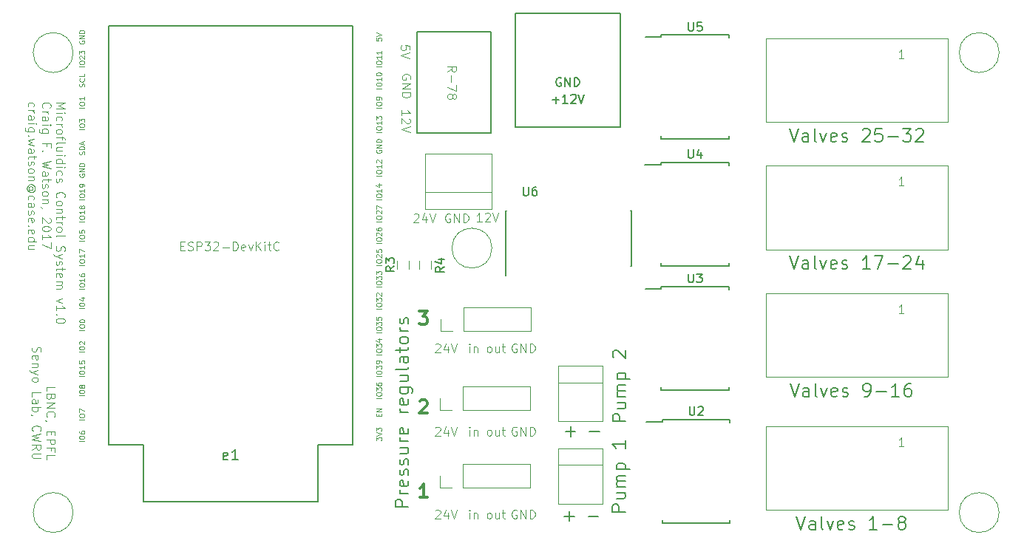
<source format=gto>
G04 #@! TF.FileFunction,Legend,Top*
%FSLAX46Y46*%
G04 Gerber Fmt 4.6, Leading zero omitted, Abs format (unit mm)*
G04 Created by KiCad (PCBNEW 4.0.6) date 06/27/17 09:44:02*
%MOMM*%
%LPD*%
G01*
G04 APERTURE LIST*
%ADD10C,0.100000*%
%ADD11C,0.120000*%
%ADD12C,0.200000*%
%ADD13C,0.300000*%
%ADD14C,0.150000*%
G04 APERTURE END LIST*
D10*
D11*
X89257619Y-128890119D02*
X89257619Y-128413928D01*
X90257619Y-128413928D01*
X89781429Y-129556786D02*
X89733810Y-129699643D01*
X89686190Y-129747262D01*
X89590952Y-129794881D01*
X89448095Y-129794881D01*
X89352857Y-129747262D01*
X89305238Y-129699643D01*
X89257619Y-129604405D01*
X89257619Y-129223452D01*
X90257619Y-129223452D01*
X90257619Y-129556786D01*
X90210000Y-129652024D01*
X90162381Y-129699643D01*
X90067143Y-129747262D01*
X89971905Y-129747262D01*
X89876667Y-129699643D01*
X89829048Y-129652024D01*
X89781429Y-129556786D01*
X89781429Y-129223452D01*
X89257619Y-130223452D02*
X90257619Y-130223452D01*
X89257619Y-130794881D01*
X90257619Y-130794881D01*
X89352857Y-131842500D02*
X89305238Y-131794881D01*
X89257619Y-131652024D01*
X89257619Y-131556786D01*
X89305238Y-131413928D01*
X89400476Y-131318690D01*
X89495714Y-131271071D01*
X89686190Y-131223452D01*
X89829048Y-131223452D01*
X90019524Y-131271071D01*
X90114762Y-131318690D01*
X90210000Y-131413928D01*
X90257619Y-131556786D01*
X90257619Y-131652024D01*
X90210000Y-131794881D01*
X90162381Y-131842500D01*
X89305238Y-132318690D02*
X89257619Y-132318690D01*
X89162381Y-132271071D01*
X89114762Y-132223452D01*
X89781429Y-133509166D02*
X89781429Y-133842500D01*
X89257619Y-133985357D02*
X89257619Y-133509166D01*
X90257619Y-133509166D01*
X90257619Y-133985357D01*
X89257619Y-134413928D02*
X90257619Y-134413928D01*
X90257619Y-134794881D01*
X90210000Y-134890119D01*
X90162381Y-134937738D01*
X90067143Y-134985357D01*
X89924286Y-134985357D01*
X89829048Y-134937738D01*
X89781429Y-134890119D01*
X89733810Y-134794881D01*
X89733810Y-134413928D01*
X89781429Y-135747262D02*
X89781429Y-135413928D01*
X89257619Y-135413928D02*
X90257619Y-135413928D01*
X90257619Y-135890119D01*
X89257619Y-136747262D02*
X89257619Y-136271071D01*
X90257619Y-136271071D01*
X87685238Y-123842499D02*
X87637619Y-123985356D01*
X87637619Y-124223452D01*
X87685238Y-124318690D01*
X87732857Y-124366309D01*
X87828095Y-124413928D01*
X87923333Y-124413928D01*
X88018571Y-124366309D01*
X88066190Y-124318690D01*
X88113810Y-124223452D01*
X88161429Y-124032975D01*
X88209048Y-123937737D01*
X88256667Y-123890118D01*
X88351905Y-123842499D01*
X88447143Y-123842499D01*
X88542381Y-123890118D01*
X88590000Y-123937737D01*
X88637619Y-124032975D01*
X88637619Y-124271071D01*
X88590000Y-124413928D01*
X87685238Y-125223452D02*
X87637619Y-125128214D01*
X87637619Y-124937737D01*
X87685238Y-124842499D01*
X87780476Y-124794880D01*
X88161429Y-124794880D01*
X88256667Y-124842499D01*
X88304286Y-124937737D01*
X88304286Y-125128214D01*
X88256667Y-125223452D01*
X88161429Y-125271071D01*
X88066190Y-125271071D01*
X87970952Y-124794880D01*
X88304286Y-125699642D02*
X87637619Y-125699642D01*
X88209048Y-125699642D02*
X88256667Y-125747261D01*
X88304286Y-125842499D01*
X88304286Y-125985357D01*
X88256667Y-126080595D01*
X88161429Y-126128214D01*
X87637619Y-126128214D01*
X88304286Y-126509166D02*
X87637619Y-126747261D01*
X88304286Y-126985357D02*
X87637619Y-126747261D01*
X87399524Y-126652023D01*
X87351905Y-126604404D01*
X87304286Y-126509166D01*
X87637619Y-127509166D02*
X87685238Y-127413928D01*
X87732857Y-127366309D01*
X87828095Y-127318690D01*
X88113810Y-127318690D01*
X88209048Y-127366309D01*
X88256667Y-127413928D01*
X88304286Y-127509166D01*
X88304286Y-127652024D01*
X88256667Y-127747262D01*
X88209048Y-127794881D01*
X88113810Y-127842500D01*
X87828095Y-127842500D01*
X87732857Y-127794881D01*
X87685238Y-127747262D01*
X87637619Y-127652024D01*
X87637619Y-127509166D01*
X87637619Y-129509167D02*
X87637619Y-129032976D01*
X88637619Y-129032976D01*
X87637619Y-130271072D02*
X88161429Y-130271072D01*
X88256667Y-130223453D01*
X88304286Y-130128215D01*
X88304286Y-129937738D01*
X88256667Y-129842500D01*
X87685238Y-130271072D02*
X87637619Y-130175834D01*
X87637619Y-129937738D01*
X87685238Y-129842500D01*
X87780476Y-129794881D01*
X87875714Y-129794881D01*
X87970952Y-129842500D01*
X88018571Y-129937738D01*
X88018571Y-130175834D01*
X88066190Y-130271072D01*
X87637619Y-130747262D02*
X88637619Y-130747262D01*
X88256667Y-130747262D02*
X88304286Y-130842500D01*
X88304286Y-131032977D01*
X88256667Y-131128215D01*
X88209048Y-131175834D01*
X88113810Y-131223453D01*
X87828095Y-131223453D01*
X87732857Y-131175834D01*
X87685238Y-131128215D01*
X87637619Y-131032977D01*
X87637619Y-130842500D01*
X87685238Y-130747262D01*
X87685238Y-131699643D02*
X87637619Y-131699643D01*
X87542381Y-131652024D01*
X87494762Y-131604405D01*
X87732857Y-133461548D02*
X87685238Y-133413929D01*
X87637619Y-133271072D01*
X87637619Y-133175834D01*
X87685238Y-133032976D01*
X87780476Y-132937738D01*
X87875714Y-132890119D01*
X88066190Y-132842500D01*
X88209048Y-132842500D01*
X88399524Y-132890119D01*
X88494762Y-132937738D01*
X88590000Y-133032976D01*
X88637619Y-133175834D01*
X88637619Y-133271072D01*
X88590000Y-133413929D01*
X88542381Y-133461548D01*
X88637619Y-133794881D02*
X87637619Y-134032976D01*
X88351905Y-134223453D01*
X87637619Y-134413929D01*
X88637619Y-134652024D01*
X87637619Y-135604405D02*
X88113810Y-135271071D01*
X87637619Y-135032976D02*
X88637619Y-135032976D01*
X88637619Y-135413929D01*
X88590000Y-135509167D01*
X88542381Y-135556786D01*
X88447143Y-135604405D01*
X88304286Y-135604405D01*
X88209048Y-135556786D01*
X88161429Y-135509167D01*
X88113810Y-135413929D01*
X88113810Y-135032976D01*
X88637619Y-136032976D02*
X87828095Y-136032976D01*
X87732857Y-136080595D01*
X87685238Y-136128214D01*
X87637619Y-136223452D01*
X87637619Y-136413929D01*
X87685238Y-136509167D01*
X87732857Y-136556786D01*
X87828095Y-136604405D01*
X88637619Y-136604405D01*
D12*
X148209096Y-93035500D02*
X148113858Y-92987881D01*
X147971001Y-92987881D01*
X147828143Y-93035500D01*
X147732905Y-93130738D01*
X147685286Y-93225976D01*
X147637667Y-93416452D01*
X147637667Y-93559310D01*
X147685286Y-93749786D01*
X147732905Y-93845024D01*
X147828143Y-93940262D01*
X147971001Y-93987881D01*
X148066239Y-93987881D01*
X148209096Y-93940262D01*
X148256715Y-93892643D01*
X148256715Y-93559310D01*
X148066239Y-93559310D01*
X148685286Y-93987881D02*
X148685286Y-92987881D01*
X149256715Y-93987881D01*
X149256715Y-92987881D01*
X149732905Y-93987881D02*
X149732905Y-92987881D01*
X149971000Y-92987881D01*
X150113858Y-93035500D01*
X150209096Y-93130738D01*
X150256715Y-93225976D01*
X150304334Y-93416452D01*
X150304334Y-93559310D01*
X150256715Y-93749786D01*
X150209096Y-93845024D01*
X150113858Y-93940262D01*
X149971000Y-93987881D01*
X149732905Y-93987881D01*
X147209095Y-95511929D02*
X147971000Y-95511929D01*
X147590048Y-95892881D02*
X147590048Y-95130976D01*
X148971000Y-95892881D02*
X148399571Y-95892881D01*
X148685285Y-95892881D02*
X148685285Y-94892881D01*
X148590047Y-95035738D01*
X148494809Y-95130976D01*
X148399571Y-95178595D01*
X149351952Y-94988119D02*
X149399571Y-94940500D01*
X149494809Y-94892881D01*
X149732905Y-94892881D01*
X149828143Y-94940500D01*
X149875762Y-94988119D01*
X149923381Y-95083357D01*
X149923381Y-95178595D01*
X149875762Y-95321452D01*
X149304333Y-95892881D01*
X149923381Y-95892881D01*
X150209095Y-94892881D02*
X150542428Y-95892881D01*
X150875762Y-94892881D01*
D11*
X104640762Y-112260071D02*
X104974096Y-112260071D01*
X105116953Y-112783881D02*
X104640762Y-112783881D01*
X104640762Y-111783881D01*
X105116953Y-111783881D01*
X105497905Y-112736262D02*
X105640762Y-112783881D01*
X105878858Y-112783881D01*
X105974096Y-112736262D01*
X106021715Y-112688643D01*
X106069334Y-112593405D01*
X106069334Y-112498167D01*
X106021715Y-112402929D01*
X105974096Y-112355310D01*
X105878858Y-112307690D01*
X105688381Y-112260071D01*
X105593143Y-112212452D01*
X105545524Y-112164833D01*
X105497905Y-112069595D01*
X105497905Y-111974357D01*
X105545524Y-111879119D01*
X105593143Y-111831500D01*
X105688381Y-111783881D01*
X105926477Y-111783881D01*
X106069334Y-111831500D01*
X106497905Y-112783881D02*
X106497905Y-111783881D01*
X106878858Y-111783881D01*
X106974096Y-111831500D01*
X107021715Y-111879119D01*
X107069334Y-111974357D01*
X107069334Y-112117214D01*
X107021715Y-112212452D01*
X106974096Y-112260071D01*
X106878858Y-112307690D01*
X106497905Y-112307690D01*
X107402667Y-111783881D02*
X108021715Y-111783881D01*
X107688381Y-112164833D01*
X107831239Y-112164833D01*
X107926477Y-112212452D01*
X107974096Y-112260071D01*
X108021715Y-112355310D01*
X108021715Y-112593405D01*
X107974096Y-112688643D01*
X107926477Y-112736262D01*
X107831239Y-112783881D01*
X107545524Y-112783881D01*
X107450286Y-112736262D01*
X107402667Y-112688643D01*
X108402667Y-111879119D02*
X108450286Y-111831500D01*
X108545524Y-111783881D01*
X108783620Y-111783881D01*
X108878858Y-111831500D01*
X108926477Y-111879119D01*
X108974096Y-111974357D01*
X108974096Y-112069595D01*
X108926477Y-112212452D01*
X108355048Y-112783881D01*
X108974096Y-112783881D01*
X109402667Y-112402929D02*
X110164572Y-112402929D01*
X110640762Y-112783881D02*
X110640762Y-111783881D01*
X110878857Y-111783881D01*
X111021715Y-111831500D01*
X111116953Y-111926738D01*
X111164572Y-112021976D01*
X111212191Y-112212452D01*
X111212191Y-112355310D01*
X111164572Y-112545786D01*
X111116953Y-112641024D01*
X111021715Y-112736262D01*
X110878857Y-112783881D01*
X110640762Y-112783881D01*
X112021715Y-112736262D02*
X111926477Y-112783881D01*
X111736000Y-112783881D01*
X111640762Y-112736262D01*
X111593143Y-112641024D01*
X111593143Y-112260071D01*
X111640762Y-112164833D01*
X111736000Y-112117214D01*
X111926477Y-112117214D01*
X112021715Y-112164833D01*
X112069334Y-112260071D01*
X112069334Y-112355310D01*
X111593143Y-112450548D01*
X112402667Y-112117214D02*
X112640762Y-112783881D01*
X112878858Y-112117214D01*
X113259810Y-112783881D02*
X113259810Y-111783881D01*
X113831239Y-112783881D02*
X113402667Y-112212452D01*
X113831239Y-111783881D02*
X113259810Y-112355310D01*
X114259810Y-112783881D02*
X114259810Y-112117214D01*
X114259810Y-111783881D02*
X114212191Y-111831500D01*
X114259810Y-111879119D01*
X114307429Y-111831500D01*
X114259810Y-111783881D01*
X114259810Y-111879119D01*
X114593143Y-112117214D02*
X114974095Y-112117214D01*
X114736000Y-111783881D02*
X114736000Y-112641024D01*
X114783619Y-112736262D01*
X114878857Y-112783881D01*
X114974095Y-112783881D01*
X115878858Y-112688643D02*
X115831239Y-112736262D01*
X115688382Y-112783881D01*
X115593144Y-112783881D01*
X115450286Y-112736262D01*
X115355048Y-112641024D01*
X115307429Y-112545786D01*
X115259810Y-112355310D01*
X115259810Y-112212452D01*
X115307429Y-112021976D01*
X115355048Y-111926738D01*
X115450286Y-111831500D01*
X115593144Y-111783881D01*
X115688382Y-111783881D01*
X115831239Y-111831500D01*
X115878858Y-111879119D01*
X90385119Y-95869095D02*
X91385119Y-95869095D01*
X90670833Y-96202429D01*
X91385119Y-96535762D01*
X90385119Y-96535762D01*
X90385119Y-97011952D02*
X91051786Y-97011952D01*
X91385119Y-97011952D02*
X91337500Y-96964333D01*
X91289881Y-97011952D01*
X91337500Y-97059571D01*
X91385119Y-97011952D01*
X91289881Y-97011952D01*
X90432738Y-97916714D02*
X90385119Y-97821476D01*
X90385119Y-97630999D01*
X90432738Y-97535761D01*
X90480357Y-97488142D01*
X90575595Y-97440523D01*
X90861310Y-97440523D01*
X90956548Y-97488142D01*
X91004167Y-97535761D01*
X91051786Y-97630999D01*
X91051786Y-97821476D01*
X91004167Y-97916714D01*
X90385119Y-98345285D02*
X91051786Y-98345285D01*
X90861310Y-98345285D02*
X90956548Y-98392904D01*
X91004167Y-98440523D01*
X91051786Y-98535761D01*
X91051786Y-98631000D01*
X90385119Y-99107190D02*
X90432738Y-99011952D01*
X90480357Y-98964333D01*
X90575595Y-98916714D01*
X90861310Y-98916714D01*
X90956548Y-98964333D01*
X91004167Y-99011952D01*
X91051786Y-99107190D01*
X91051786Y-99250048D01*
X91004167Y-99345286D01*
X90956548Y-99392905D01*
X90861310Y-99440524D01*
X90575595Y-99440524D01*
X90480357Y-99392905D01*
X90432738Y-99345286D01*
X90385119Y-99250048D01*
X90385119Y-99107190D01*
X91051786Y-99726238D02*
X91051786Y-100107190D01*
X90385119Y-99869095D02*
X91242262Y-99869095D01*
X91337500Y-99916714D01*
X91385119Y-100011952D01*
X91385119Y-100107190D01*
X90385119Y-100583381D02*
X90432738Y-100488143D01*
X90527976Y-100440524D01*
X91385119Y-100440524D01*
X91051786Y-101392906D02*
X90385119Y-101392906D01*
X91051786Y-100964334D02*
X90527976Y-100964334D01*
X90432738Y-101011953D01*
X90385119Y-101107191D01*
X90385119Y-101250049D01*
X90432738Y-101345287D01*
X90480357Y-101392906D01*
X90385119Y-101869096D02*
X91051786Y-101869096D01*
X91385119Y-101869096D02*
X91337500Y-101821477D01*
X91289881Y-101869096D01*
X91337500Y-101916715D01*
X91385119Y-101869096D01*
X91289881Y-101869096D01*
X90385119Y-102773858D02*
X91385119Y-102773858D01*
X90432738Y-102773858D02*
X90385119Y-102678620D01*
X90385119Y-102488143D01*
X90432738Y-102392905D01*
X90480357Y-102345286D01*
X90575595Y-102297667D01*
X90861310Y-102297667D01*
X90956548Y-102345286D01*
X91004167Y-102392905D01*
X91051786Y-102488143D01*
X91051786Y-102678620D01*
X91004167Y-102773858D01*
X90385119Y-103250048D02*
X91051786Y-103250048D01*
X91385119Y-103250048D02*
X91337500Y-103202429D01*
X91289881Y-103250048D01*
X91337500Y-103297667D01*
X91385119Y-103250048D01*
X91289881Y-103250048D01*
X90432738Y-104154810D02*
X90385119Y-104059572D01*
X90385119Y-103869095D01*
X90432738Y-103773857D01*
X90480357Y-103726238D01*
X90575595Y-103678619D01*
X90861310Y-103678619D01*
X90956548Y-103726238D01*
X91004167Y-103773857D01*
X91051786Y-103869095D01*
X91051786Y-104059572D01*
X91004167Y-104154810D01*
X90432738Y-104535762D02*
X90385119Y-104631000D01*
X90385119Y-104821476D01*
X90432738Y-104916715D01*
X90527976Y-104964334D01*
X90575595Y-104964334D01*
X90670833Y-104916715D01*
X90718452Y-104821476D01*
X90718452Y-104678619D01*
X90766071Y-104583381D01*
X90861310Y-104535762D01*
X90908929Y-104535762D01*
X91004167Y-104583381D01*
X91051786Y-104678619D01*
X91051786Y-104821476D01*
X91004167Y-104916715D01*
X90480357Y-106726239D02*
X90432738Y-106678620D01*
X90385119Y-106535763D01*
X90385119Y-106440525D01*
X90432738Y-106297667D01*
X90527976Y-106202429D01*
X90623214Y-106154810D01*
X90813690Y-106107191D01*
X90956548Y-106107191D01*
X91147024Y-106154810D01*
X91242262Y-106202429D01*
X91337500Y-106297667D01*
X91385119Y-106440525D01*
X91385119Y-106535763D01*
X91337500Y-106678620D01*
X91289881Y-106726239D01*
X90385119Y-107297667D02*
X90432738Y-107202429D01*
X90480357Y-107154810D01*
X90575595Y-107107191D01*
X90861310Y-107107191D01*
X90956548Y-107154810D01*
X91004167Y-107202429D01*
X91051786Y-107297667D01*
X91051786Y-107440525D01*
X91004167Y-107535763D01*
X90956548Y-107583382D01*
X90861310Y-107631001D01*
X90575595Y-107631001D01*
X90480357Y-107583382D01*
X90432738Y-107535763D01*
X90385119Y-107440525D01*
X90385119Y-107297667D01*
X91051786Y-108059572D02*
X90385119Y-108059572D01*
X90956548Y-108059572D02*
X91004167Y-108107191D01*
X91051786Y-108202429D01*
X91051786Y-108345287D01*
X91004167Y-108440525D01*
X90908929Y-108488144D01*
X90385119Y-108488144D01*
X91051786Y-108821477D02*
X91051786Y-109202429D01*
X91385119Y-108964334D02*
X90527976Y-108964334D01*
X90432738Y-109011953D01*
X90385119Y-109107191D01*
X90385119Y-109202429D01*
X90385119Y-109535763D02*
X91051786Y-109535763D01*
X90861310Y-109535763D02*
X90956548Y-109583382D01*
X91004167Y-109631001D01*
X91051786Y-109726239D01*
X91051786Y-109821478D01*
X90385119Y-110297668D02*
X90432738Y-110202430D01*
X90480357Y-110154811D01*
X90575595Y-110107192D01*
X90861310Y-110107192D01*
X90956548Y-110154811D01*
X91004167Y-110202430D01*
X91051786Y-110297668D01*
X91051786Y-110440526D01*
X91004167Y-110535764D01*
X90956548Y-110583383D01*
X90861310Y-110631002D01*
X90575595Y-110631002D01*
X90480357Y-110583383D01*
X90432738Y-110535764D01*
X90385119Y-110440526D01*
X90385119Y-110297668D01*
X90385119Y-111202430D02*
X90432738Y-111107192D01*
X90527976Y-111059573D01*
X91385119Y-111059573D01*
X90432738Y-112297669D02*
X90385119Y-112440526D01*
X90385119Y-112678622D01*
X90432738Y-112773860D01*
X90480357Y-112821479D01*
X90575595Y-112869098D01*
X90670833Y-112869098D01*
X90766071Y-112821479D01*
X90813690Y-112773860D01*
X90861310Y-112678622D01*
X90908929Y-112488145D01*
X90956548Y-112392907D01*
X91004167Y-112345288D01*
X91099405Y-112297669D01*
X91194643Y-112297669D01*
X91289881Y-112345288D01*
X91337500Y-112392907D01*
X91385119Y-112488145D01*
X91385119Y-112726241D01*
X91337500Y-112869098D01*
X91051786Y-113202431D02*
X90385119Y-113440526D01*
X91051786Y-113678622D02*
X90385119Y-113440526D01*
X90147024Y-113345288D01*
X90099405Y-113297669D01*
X90051786Y-113202431D01*
X90432738Y-114011955D02*
X90385119Y-114107193D01*
X90385119Y-114297669D01*
X90432738Y-114392908D01*
X90527976Y-114440527D01*
X90575595Y-114440527D01*
X90670833Y-114392908D01*
X90718452Y-114297669D01*
X90718452Y-114154812D01*
X90766071Y-114059574D01*
X90861310Y-114011955D01*
X90908929Y-114011955D01*
X91004167Y-114059574D01*
X91051786Y-114154812D01*
X91051786Y-114297669D01*
X91004167Y-114392908D01*
X91051786Y-114726241D02*
X91051786Y-115107193D01*
X91385119Y-114869098D02*
X90527976Y-114869098D01*
X90432738Y-114916717D01*
X90385119Y-115011955D01*
X90385119Y-115107193D01*
X90432738Y-115821480D02*
X90385119Y-115726242D01*
X90385119Y-115535765D01*
X90432738Y-115440527D01*
X90527976Y-115392908D01*
X90908929Y-115392908D01*
X91004167Y-115440527D01*
X91051786Y-115535765D01*
X91051786Y-115726242D01*
X91004167Y-115821480D01*
X90908929Y-115869099D01*
X90813690Y-115869099D01*
X90718452Y-115392908D01*
X90385119Y-116297670D02*
X91051786Y-116297670D01*
X90956548Y-116297670D02*
X91004167Y-116345289D01*
X91051786Y-116440527D01*
X91051786Y-116583385D01*
X91004167Y-116678623D01*
X90908929Y-116726242D01*
X90385119Y-116726242D01*
X90908929Y-116726242D02*
X91004167Y-116773861D01*
X91051786Y-116869099D01*
X91051786Y-117011956D01*
X91004167Y-117107194D01*
X90908929Y-117154813D01*
X90385119Y-117154813D01*
X91051786Y-118297670D02*
X90385119Y-118535765D01*
X91051786Y-118773861D01*
X90385119Y-119678623D02*
X90385119Y-119107194D01*
X90385119Y-119392908D02*
X91385119Y-119392908D01*
X91242262Y-119297670D01*
X91147024Y-119202432D01*
X91099405Y-119107194D01*
X90480357Y-120107194D02*
X90432738Y-120154813D01*
X90385119Y-120107194D01*
X90432738Y-120059575D01*
X90480357Y-120107194D01*
X90385119Y-120107194D01*
X91385119Y-120773860D02*
X91385119Y-120869099D01*
X91337500Y-120964337D01*
X91289881Y-121011956D01*
X91194643Y-121059575D01*
X91004167Y-121107194D01*
X90766071Y-121107194D01*
X90575595Y-121059575D01*
X90480357Y-121011956D01*
X90432738Y-120964337D01*
X90385119Y-120869099D01*
X90385119Y-120773860D01*
X90432738Y-120678622D01*
X90480357Y-120631003D01*
X90575595Y-120583384D01*
X90766071Y-120535765D01*
X91004167Y-120535765D01*
X91194643Y-120583384D01*
X91289881Y-120631003D01*
X91337500Y-120678622D01*
X91385119Y-120773860D01*
X88860357Y-96440524D02*
X88812738Y-96392905D01*
X88765119Y-96250048D01*
X88765119Y-96154810D01*
X88812738Y-96011952D01*
X88907976Y-95916714D01*
X89003214Y-95869095D01*
X89193690Y-95821476D01*
X89336548Y-95821476D01*
X89527024Y-95869095D01*
X89622262Y-95916714D01*
X89717500Y-96011952D01*
X89765119Y-96154810D01*
X89765119Y-96250048D01*
X89717500Y-96392905D01*
X89669881Y-96440524D01*
X88765119Y-96869095D02*
X89431786Y-96869095D01*
X89241310Y-96869095D02*
X89336548Y-96916714D01*
X89384167Y-96964333D01*
X89431786Y-97059571D01*
X89431786Y-97154810D01*
X88765119Y-97916715D02*
X89288929Y-97916715D01*
X89384167Y-97869096D01*
X89431786Y-97773858D01*
X89431786Y-97583381D01*
X89384167Y-97488143D01*
X88812738Y-97916715D02*
X88765119Y-97821477D01*
X88765119Y-97583381D01*
X88812738Y-97488143D01*
X88907976Y-97440524D01*
X89003214Y-97440524D01*
X89098452Y-97488143D01*
X89146071Y-97583381D01*
X89146071Y-97821477D01*
X89193690Y-97916715D01*
X88765119Y-98392905D02*
X89431786Y-98392905D01*
X89765119Y-98392905D02*
X89717500Y-98345286D01*
X89669881Y-98392905D01*
X89717500Y-98440524D01*
X89765119Y-98392905D01*
X89669881Y-98392905D01*
X89431786Y-99297667D02*
X88622262Y-99297667D01*
X88527024Y-99250048D01*
X88479405Y-99202429D01*
X88431786Y-99107190D01*
X88431786Y-98964333D01*
X88479405Y-98869095D01*
X88812738Y-99297667D02*
X88765119Y-99202429D01*
X88765119Y-99011952D01*
X88812738Y-98916714D01*
X88860357Y-98869095D01*
X88955595Y-98821476D01*
X89241310Y-98821476D01*
X89336548Y-98869095D01*
X89384167Y-98916714D01*
X89431786Y-99011952D01*
X89431786Y-99202429D01*
X89384167Y-99297667D01*
X89288929Y-100869096D02*
X89288929Y-100535762D01*
X88765119Y-100535762D02*
X89765119Y-100535762D01*
X89765119Y-101011953D01*
X88860357Y-101392905D02*
X88812738Y-101440524D01*
X88765119Y-101392905D01*
X88812738Y-101345286D01*
X88860357Y-101392905D01*
X88765119Y-101392905D01*
X89765119Y-102535762D02*
X88765119Y-102773857D01*
X89479405Y-102964334D01*
X88765119Y-103154810D01*
X89765119Y-103392905D01*
X88765119Y-104202429D02*
X89288929Y-104202429D01*
X89384167Y-104154810D01*
X89431786Y-104059572D01*
X89431786Y-103869095D01*
X89384167Y-103773857D01*
X88812738Y-104202429D02*
X88765119Y-104107191D01*
X88765119Y-103869095D01*
X88812738Y-103773857D01*
X88907976Y-103726238D01*
X89003214Y-103726238D01*
X89098452Y-103773857D01*
X89146071Y-103869095D01*
X89146071Y-104107191D01*
X89193690Y-104202429D01*
X89431786Y-104535762D02*
X89431786Y-104916714D01*
X89765119Y-104678619D02*
X88907976Y-104678619D01*
X88812738Y-104726238D01*
X88765119Y-104821476D01*
X88765119Y-104916714D01*
X88812738Y-105202429D02*
X88765119Y-105297667D01*
X88765119Y-105488143D01*
X88812738Y-105583382D01*
X88907976Y-105631001D01*
X88955595Y-105631001D01*
X89050833Y-105583382D01*
X89098452Y-105488143D01*
X89098452Y-105345286D01*
X89146071Y-105250048D01*
X89241310Y-105202429D01*
X89288929Y-105202429D01*
X89384167Y-105250048D01*
X89431786Y-105345286D01*
X89431786Y-105488143D01*
X89384167Y-105583382D01*
X88765119Y-106202429D02*
X88812738Y-106107191D01*
X88860357Y-106059572D01*
X88955595Y-106011953D01*
X89241310Y-106011953D01*
X89336548Y-106059572D01*
X89384167Y-106107191D01*
X89431786Y-106202429D01*
X89431786Y-106345287D01*
X89384167Y-106440525D01*
X89336548Y-106488144D01*
X89241310Y-106535763D01*
X88955595Y-106535763D01*
X88860357Y-106488144D01*
X88812738Y-106440525D01*
X88765119Y-106345287D01*
X88765119Y-106202429D01*
X89431786Y-106964334D02*
X88765119Y-106964334D01*
X89336548Y-106964334D02*
X89384167Y-107011953D01*
X89431786Y-107107191D01*
X89431786Y-107250049D01*
X89384167Y-107345287D01*
X89288929Y-107392906D01*
X88765119Y-107392906D01*
X88812738Y-107916715D02*
X88765119Y-107916715D01*
X88669881Y-107869096D01*
X88622262Y-107821477D01*
X89669881Y-109059572D02*
X89717500Y-109107191D01*
X89765119Y-109202429D01*
X89765119Y-109440525D01*
X89717500Y-109535763D01*
X89669881Y-109583382D01*
X89574643Y-109631001D01*
X89479405Y-109631001D01*
X89336548Y-109583382D01*
X88765119Y-109011953D01*
X88765119Y-109631001D01*
X89765119Y-110250048D02*
X89765119Y-110345287D01*
X89717500Y-110440525D01*
X89669881Y-110488144D01*
X89574643Y-110535763D01*
X89384167Y-110583382D01*
X89146071Y-110583382D01*
X88955595Y-110535763D01*
X88860357Y-110488144D01*
X88812738Y-110440525D01*
X88765119Y-110345287D01*
X88765119Y-110250048D01*
X88812738Y-110154810D01*
X88860357Y-110107191D01*
X88955595Y-110059572D01*
X89146071Y-110011953D01*
X89384167Y-110011953D01*
X89574643Y-110059572D01*
X89669881Y-110107191D01*
X89717500Y-110154810D01*
X89765119Y-110250048D01*
X88765119Y-111535763D02*
X88765119Y-110964334D01*
X88765119Y-111250048D02*
X89765119Y-111250048D01*
X89622262Y-111154810D01*
X89527024Y-111059572D01*
X89479405Y-110964334D01*
X89765119Y-111869096D02*
X89765119Y-112535763D01*
X88765119Y-112107191D01*
X87192738Y-96297667D02*
X87145119Y-96202429D01*
X87145119Y-96011952D01*
X87192738Y-95916714D01*
X87240357Y-95869095D01*
X87335595Y-95821476D01*
X87621310Y-95821476D01*
X87716548Y-95869095D01*
X87764167Y-95916714D01*
X87811786Y-96011952D01*
X87811786Y-96202429D01*
X87764167Y-96297667D01*
X87145119Y-96726238D02*
X87811786Y-96726238D01*
X87621310Y-96726238D02*
X87716548Y-96773857D01*
X87764167Y-96821476D01*
X87811786Y-96916714D01*
X87811786Y-97011953D01*
X87145119Y-97773858D02*
X87668929Y-97773858D01*
X87764167Y-97726239D01*
X87811786Y-97631001D01*
X87811786Y-97440524D01*
X87764167Y-97345286D01*
X87192738Y-97773858D02*
X87145119Y-97678620D01*
X87145119Y-97440524D01*
X87192738Y-97345286D01*
X87287976Y-97297667D01*
X87383214Y-97297667D01*
X87478452Y-97345286D01*
X87526071Y-97440524D01*
X87526071Y-97678620D01*
X87573690Y-97773858D01*
X87145119Y-98250048D02*
X87811786Y-98250048D01*
X88145119Y-98250048D02*
X88097500Y-98202429D01*
X88049881Y-98250048D01*
X88097500Y-98297667D01*
X88145119Y-98250048D01*
X88049881Y-98250048D01*
X87811786Y-99154810D02*
X87002262Y-99154810D01*
X86907024Y-99107191D01*
X86859405Y-99059572D01*
X86811786Y-98964333D01*
X86811786Y-98821476D01*
X86859405Y-98726238D01*
X87192738Y-99154810D02*
X87145119Y-99059572D01*
X87145119Y-98869095D01*
X87192738Y-98773857D01*
X87240357Y-98726238D01*
X87335595Y-98678619D01*
X87621310Y-98678619D01*
X87716548Y-98726238D01*
X87764167Y-98773857D01*
X87811786Y-98869095D01*
X87811786Y-99059572D01*
X87764167Y-99154810D01*
X87240357Y-99631000D02*
X87192738Y-99678619D01*
X87145119Y-99631000D01*
X87192738Y-99583381D01*
X87240357Y-99631000D01*
X87145119Y-99631000D01*
X87811786Y-100011952D02*
X87145119Y-100202428D01*
X87621310Y-100392905D01*
X87145119Y-100583381D01*
X87811786Y-100773857D01*
X87145119Y-101583381D02*
X87668929Y-101583381D01*
X87764167Y-101535762D01*
X87811786Y-101440524D01*
X87811786Y-101250047D01*
X87764167Y-101154809D01*
X87192738Y-101583381D02*
X87145119Y-101488143D01*
X87145119Y-101250047D01*
X87192738Y-101154809D01*
X87287976Y-101107190D01*
X87383214Y-101107190D01*
X87478452Y-101154809D01*
X87526071Y-101250047D01*
X87526071Y-101488143D01*
X87573690Y-101583381D01*
X87811786Y-101916714D02*
X87811786Y-102297666D01*
X88145119Y-102059571D02*
X87287976Y-102059571D01*
X87192738Y-102107190D01*
X87145119Y-102202428D01*
X87145119Y-102297666D01*
X87192738Y-102583381D02*
X87145119Y-102678619D01*
X87145119Y-102869095D01*
X87192738Y-102964334D01*
X87287976Y-103011953D01*
X87335595Y-103011953D01*
X87430833Y-102964334D01*
X87478452Y-102869095D01*
X87478452Y-102726238D01*
X87526071Y-102631000D01*
X87621310Y-102583381D01*
X87668929Y-102583381D01*
X87764167Y-102631000D01*
X87811786Y-102726238D01*
X87811786Y-102869095D01*
X87764167Y-102964334D01*
X87145119Y-103583381D02*
X87192738Y-103488143D01*
X87240357Y-103440524D01*
X87335595Y-103392905D01*
X87621310Y-103392905D01*
X87716548Y-103440524D01*
X87764167Y-103488143D01*
X87811786Y-103583381D01*
X87811786Y-103726239D01*
X87764167Y-103821477D01*
X87716548Y-103869096D01*
X87621310Y-103916715D01*
X87335595Y-103916715D01*
X87240357Y-103869096D01*
X87192738Y-103821477D01*
X87145119Y-103726239D01*
X87145119Y-103583381D01*
X87811786Y-104345286D02*
X87145119Y-104345286D01*
X87716548Y-104345286D02*
X87764167Y-104392905D01*
X87811786Y-104488143D01*
X87811786Y-104631001D01*
X87764167Y-104726239D01*
X87668929Y-104773858D01*
X87145119Y-104773858D01*
X87621310Y-105869096D02*
X87668929Y-105821477D01*
X87716548Y-105726239D01*
X87716548Y-105631001D01*
X87668929Y-105535763D01*
X87621310Y-105488143D01*
X87526071Y-105440524D01*
X87430833Y-105440524D01*
X87335595Y-105488143D01*
X87287976Y-105535763D01*
X87240357Y-105631001D01*
X87240357Y-105726239D01*
X87287976Y-105821477D01*
X87335595Y-105869096D01*
X87716548Y-105869096D02*
X87335595Y-105869096D01*
X87287976Y-105916715D01*
X87287976Y-105964334D01*
X87335595Y-106059572D01*
X87430833Y-106107191D01*
X87668929Y-106107191D01*
X87811786Y-106011953D01*
X87907024Y-105869096D01*
X87954643Y-105678620D01*
X87907024Y-105488143D01*
X87811786Y-105345286D01*
X87668929Y-105250048D01*
X87478452Y-105202429D01*
X87287976Y-105250048D01*
X87145119Y-105345286D01*
X87049881Y-105488143D01*
X87002262Y-105678620D01*
X87049881Y-105869096D01*
X87145119Y-106011953D01*
X87192738Y-106964334D02*
X87145119Y-106869096D01*
X87145119Y-106678619D01*
X87192738Y-106583381D01*
X87240357Y-106535762D01*
X87335595Y-106488143D01*
X87621310Y-106488143D01*
X87716548Y-106535762D01*
X87764167Y-106583381D01*
X87811786Y-106678619D01*
X87811786Y-106869096D01*
X87764167Y-106964334D01*
X87145119Y-107821477D02*
X87668929Y-107821477D01*
X87764167Y-107773858D01*
X87811786Y-107678620D01*
X87811786Y-107488143D01*
X87764167Y-107392905D01*
X87192738Y-107821477D02*
X87145119Y-107726239D01*
X87145119Y-107488143D01*
X87192738Y-107392905D01*
X87287976Y-107345286D01*
X87383214Y-107345286D01*
X87478452Y-107392905D01*
X87526071Y-107488143D01*
X87526071Y-107726239D01*
X87573690Y-107821477D01*
X87192738Y-108250048D02*
X87145119Y-108345286D01*
X87145119Y-108535762D01*
X87192738Y-108631001D01*
X87287976Y-108678620D01*
X87335595Y-108678620D01*
X87430833Y-108631001D01*
X87478452Y-108535762D01*
X87478452Y-108392905D01*
X87526071Y-108297667D01*
X87621310Y-108250048D01*
X87668929Y-108250048D01*
X87764167Y-108297667D01*
X87811786Y-108392905D01*
X87811786Y-108535762D01*
X87764167Y-108631001D01*
X87192738Y-109488144D02*
X87145119Y-109392906D01*
X87145119Y-109202429D01*
X87192738Y-109107191D01*
X87287976Y-109059572D01*
X87668929Y-109059572D01*
X87764167Y-109107191D01*
X87811786Y-109202429D01*
X87811786Y-109392906D01*
X87764167Y-109488144D01*
X87668929Y-109535763D01*
X87573690Y-109535763D01*
X87478452Y-109059572D01*
X87240357Y-109964334D02*
X87192738Y-110011953D01*
X87145119Y-109964334D01*
X87192738Y-109916715D01*
X87240357Y-109964334D01*
X87145119Y-109964334D01*
X87192738Y-110821477D02*
X87145119Y-110726239D01*
X87145119Y-110535762D01*
X87192738Y-110440524D01*
X87287976Y-110392905D01*
X87668929Y-110392905D01*
X87764167Y-110440524D01*
X87811786Y-110535762D01*
X87811786Y-110726239D01*
X87764167Y-110821477D01*
X87668929Y-110869096D01*
X87573690Y-110869096D01*
X87478452Y-110392905D01*
X87145119Y-111726239D02*
X88145119Y-111726239D01*
X87192738Y-111726239D02*
X87145119Y-111631001D01*
X87145119Y-111440524D01*
X87192738Y-111345286D01*
X87240357Y-111297667D01*
X87335595Y-111250048D01*
X87621310Y-111250048D01*
X87716548Y-111297667D01*
X87764167Y-111345286D01*
X87811786Y-111440524D01*
X87811786Y-111631001D01*
X87764167Y-111726239D01*
X87811786Y-112631001D02*
X87145119Y-112631001D01*
X87811786Y-112202429D02*
X87287976Y-112202429D01*
X87192738Y-112250048D01*
X87145119Y-112345286D01*
X87145119Y-112488144D01*
X87192738Y-112583382D01*
X87240357Y-112631001D01*
X137723619Y-143517881D02*
X137723619Y-142851214D01*
X137723619Y-142517881D02*
X137676000Y-142565500D01*
X137723619Y-142613119D01*
X137771238Y-142565500D01*
X137723619Y-142517881D01*
X137723619Y-142613119D01*
X138199809Y-142851214D02*
X138199809Y-143517881D01*
X138199809Y-142946452D02*
X138247428Y-142898833D01*
X138342666Y-142851214D01*
X138485524Y-142851214D01*
X138580762Y-142898833D01*
X138628381Y-142994071D01*
X138628381Y-143517881D01*
X139906476Y-143517881D02*
X139811238Y-143470262D01*
X139763619Y-143422643D01*
X139716000Y-143327405D01*
X139716000Y-143041690D01*
X139763619Y-142946452D01*
X139811238Y-142898833D01*
X139906476Y-142851214D01*
X140049334Y-142851214D01*
X140144572Y-142898833D01*
X140192191Y-142946452D01*
X140239810Y-143041690D01*
X140239810Y-143327405D01*
X140192191Y-143422643D01*
X140144572Y-143470262D01*
X140049334Y-143517881D01*
X139906476Y-143517881D01*
X141096953Y-142851214D02*
X141096953Y-143517881D01*
X140668381Y-142851214D02*
X140668381Y-143375024D01*
X140716000Y-143470262D01*
X140811238Y-143517881D01*
X140954096Y-143517881D01*
X141049334Y-143470262D01*
X141096953Y-143422643D01*
X141430286Y-142851214D02*
X141811238Y-142851214D01*
X141573143Y-142517881D02*
X141573143Y-143375024D01*
X141620762Y-143470262D01*
X141716000Y-143517881D01*
X141811238Y-143517881D01*
X143129096Y-142565500D02*
X143033858Y-142517881D01*
X142891001Y-142517881D01*
X142748143Y-142565500D01*
X142652905Y-142660738D01*
X142605286Y-142755976D01*
X142557667Y-142946452D01*
X142557667Y-143089310D01*
X142605286Y-143279786D01*
X142652905Y-143375024D01*
X142748143Y-143470262D01*
X142891001Y-143517881D01*
X142986239Y-143517881D01*
X143129096Y-143470262D01*
X143176715Y-143422643D01*
X143176715Y-143089310D01*
X142986239Y-143089310D01*
X143605286Y-143517881D02*
X143605286Y-142517881D01*
X144176715Y-143517881D01*
X144176715Y-142517881D01*
X144652905Y-143517881D02*
X144652905Y-142517881D01*
X144891000Y-142517881D01*
X145033858Y-142565500D01*
X145129096Y-142660738D01*
X145176715Y-142755976D01*
X145224334Y-142946452D01*
X145224334Y-143089310D01*
X145176715Y-143279786D01*
X145129096Y-143375024D01*
X145033858Y-143470262D01*
X144891000Y-143517881D01*
X144652905Y-143517881D01*
X143129096Y-133040500D02*
X143033858Y-132992881D01*
X142891001Y-132992881D01*
X142748143Y-133040500D01*
X142652905Y-133135738D01*
X142605286Y-133230976D01*
X142557667Y-133421452D01*
X142557667Y-133564310D01*
X142605286Y-133754786D01*
X142652905Y-133850024D01*
X142748143Y-133945262D01*
X142891001Y-133992881D01*
X142986239Y-133992881D01*
X143129096Y-133945262D01*
X143176715Y-133897643D01*
X143176715Y-133564310D01*
X142986239Y-133564310D01*
X143605286Y-133992881D02*
X143605286Y-132992881D01*
X144176715Y-133992881D01*
X144176715Y-132992881D01*
X144652905Y-133992881D02*
X144652905Y-132992881D01*
X144891000Y-132992881D01*
X145033858Y-133040500D01*
X145129096Y-133135738D01*
X145176715Y-133230976D01*
X145224334Y-133421452D01*
X145224334Y-133564310D01*
X145176715Y-133754786D01*
X145129096Y-133850024D01*
X145033858Y-133945262D01*
X144891000Y-133992881D01*
X144652905Y-133992881D01*
X139906476Y-133992881D02*
X139811238Y-133945262D01*
X139763619Y-133897643D01*
X139716000Y-133802405D01*
X139716000Y-133516690D01*
X139763619Y-133421452D01*
X139811238Y-133373833D01*
X139906476Y-133326214D01*
X140049334Y-133326214D01*
X140144572Y-133373833D01*
X140192191Y-133421452D01*
X140239810Y-133516690D01*
X140239810Y-133802405D01*
X140192191Y-133897643D01*
X140144572Y-133945262D01*
X140049334Y-133992881D01*
X139906476Y-133992881D01*
X141096953Y-133326214D02*
X141096953Y-133992881D01*
X140668381Y-133326214D02*
X140668381Y-133850024D01*
X140716000Y-133945262D01*
X140811238Y-133992881D01*
X140954096Y-133992881D01*
X141049334Y-133945262D01*
X141096953Y-133897643D01*
X141430286Y-133326214D02*
X141811238Y-133326214D01*
X141573143Y-132992881D02*
X141573143Y-133850024D01*
X141620762Y-133945262D01*
X141716000Y-133992881D01*
X141811238Y-133992881D01*
X137723619Y-133992881D02*
X137723619Y-133326214D01*
X137723619Y-132992881D02*
X137676000Y-133040500D01*
X137723619Y-133088119D01*
X137771238Y-133040500D01*
X137723619Y-132992881D01*
X137723619Y-133088119D01*
X138199809Y-133326214D02*
X138199809Y-133992881D01*
X138199809Y-133421452D02*
X138247428Y-133373833D01*
X138342666Y-133326214D01*
X138485524Y-133326214D01*
X138580762Y-133373833D01*
X138628381Y-133469071D01*
X138628381Y-133992881D01*
X133810524Y-142613119D02*
X133858143Y-142565500D01*
X133953381Y-142517881D01*
X134191477Y-142517881D01*
X134286715Y-142565500D01*
X134334334Y-142613119D01*
X134381953Y-142708357D01*
X134381953Y-142803595D01*
X134334334Y-142946452D01*
X133762905Y-143517881D01*
X134381953Y-143517881D01*
X135239096Y-142851214D02*
X135239096Y-143517881D01*
X135001000Y-142470262D02*
X134762905Y-143184548D01*
X135381953Y-143184548D01*
X135620048Y-142517881D02*
X135953381Y-143517881D01*
X136286715Y-142517881D01*
X133810524Y-133088119D02*
X133858143Y-133040500D01*
X133953381Y-132992881D01*
X134191477Y-132992881D01*
X134286715Y-133040500D01*
X134334334Y-133088119D01*
X134381953Y-133183357D01*
X134381953Y-133278595D01*
X134334334Y-133421452D01*
X133762905Y-133992881D01*
X134381953Y-133992881D01*
X135239096Y-133326214D02*
X135239096Y-133992881D01*
X135001000Y-132945262D02*
X134762905Y-133659548D01*
X135381953Y-133659548D01*
X135620048Y-132992881D02*
X135953381Y-133992881D01*
X136286715Y-132992881D01*
X135183619Y-92273596D02*
X135659810Y-91940262D01*
X135183619Y-91702167D02*
X136183619Y-91702167D01*
X136183619Y-92083120D01*
X136136000Y-92178358D01*
X136088381Y-92225977D01*
X135993143Y-92273596D01*
X135850286Y-92273596D01*
X135755048Y-92225977D01*
X135707429Y-92178358D01*
X135659810Y-92083120D01*
X135659810Y-91702167D01*
X135564571Y-92702167D02*
X135564571Y-93464072D01*
X136183619Y-93845024D02*
X136183619Y-94511691D01*
X135183619Y-94083119D01*
X135755048Y-95035500D02*
X135802667Y-94940262D01*
X135850286Y-94892643D01*
X135945524Y-94845024D01*
X135993143Y-94845024D01*
X136088381Y-94892643D01*
X136136000Y-94940262D01*
X136183619Y-95035500D01*
X136183619Y-95225977D01*
X136136000Y-95321215D01*
X136088381Y-95368834D01*
X135993143Y-95416453D01*
X135945524Y-95416453D01*
X135850286Y-95368834D01*
X135802667Y-95321215D01*
X135755048Y-95225977D01*
X135755048Y-95035500D01*
X135707429Y-94940262D01*
X135659810Y-94892643D01*
X135564571Y-94845024D01*
X135374095Y-94845024D01*
X135278857Y-94892643D01*
X135231238Y-94940262D01*
X135183619Y-95035500D01*
X135183619Y-95225977D01*
X135231238Y-95321215D01*
X135278857Y-95368834D01*
X135374095Y-95416453D01*
X135564571Y-95416453D01*
X135659810Y-95368834D01*
X135707429Y-95321215D01*
X135755048Y-95225977D01*
X130849619Y-89789024D02*
X130849619Y-89312833D01*
X130373429Y-89265214D01*
X130421048Y-89312833D01*
X130468667Y-89408071D01*
X130468667Y-89646167D01*
X130421048Y-89741405D01*
X130373429Y-89789024D01*
X130278190Y-89836643D01*
X130040095Y-89836643D01*
X129944857Y-89789024D01*
X129897238Y-89741405D01*
X129849619Y-89646167D01*
X129849619Y-89408071D01*
X129897238Y-89312833D01*
X129944857Y-89265214D01*
X130849619Y-90122357D02*
X129849619Y-90455690D01*
X130849619Y-90789024D01*
X130929000Y-93154596D02*
X130976619Y-93059358D01*
X130976619Y-92916501D01*
X130929000Y-92773643D01*
X130833762Y-92678405D01*
X130738524Y-92630786D01*
X130548048Y-92583167D01*
X130405190Y-92583167D01*
X130214714Y-92630786D01*
X130119476Y-92678405D01*
X130024238Y-92773643D01*
X129976619Y-92916501D01*
X129976619Y-93011739D01*
X130024238Y-93154596D01*
X130071857Y-93202215D01*
X130405190Y-93202215D01*
X130405190Y-93011739D01*
X129976619Y-93630786D02*
X130976619Y-93630786D01*
X129976619Y-94202215D01*
X130976619Y-94202215D01*
X129976619Y-94678405D02*
X130976619Y-94678405D01*
X130976619Y-94916500D01*
X130929000Y-95059358D01*
X130833762Y-95154596D01*
X130738524Y-95202215D01*
X130548048Y-95249834D01*
X130405190Y-95249834D01*
X130214714Y-95202215D01*
X130119476Y-95154596D01*
X130024238Y-95059358D01*
X129976619Y-94916500D01*
X129976619Y-94678405D01*
X129913119Y-97297953D02*
X129913119Y-96726524D01*
X129913119Y-97012238D02*
X130913119Y-97012238D01*
X130770262Y-96917000D01*
X130675024Y-96821762D01*
X130627405Y-96726524D01*
X130817881Y-97678905D02*
X130865500Y-97726524D01*
X130913119Y-97821762D01*
X130913119Y-98059858D01*
X130865500Y-98155096D01*
X130817881Y-98202715D01*
X130722643Y-98250334D01*
X130627405Y-98250334D01*
X130484548Y-98202715D01*
X129913119Y-97631286D01*
X129913119Y-98250334D01*
X130913119Y-98536048D02*
X129913119Y-98869381D01*
X130913119Y-99202715D01*
X135509096Y-108593000D02*
X135413858Y-108545381D01*
X135271001Y-108545381D01*
X135128143Y-108593000D01*
X135032905Y-108688238D01*
X134985286Y-108783476D01*
X134937667Y-108973952D01*
X134937667Y-109116810D01*
X134985286Y-109307286D01*
X135032905Y-109402524D01*
X135128143Y-109497762D01*
X135271001Y-109545381D01*
X135366239Y-109545381D01*
X135509096Y-109497762D01*
X135556715Y-109450143D01*
X135556715Y-109116810D01*
X135366239Y-109116810D01*
X135985286Y-109545381D02*
X135985286Y-108545381D01*
X136556715Y-109545381D01*
X136556715Y-108545381D01*
X137032905Y-109545381D02*
X137032905Y-108545381D01*
X137271000Y-108545381D01*
X137413858Y-108593000D01*
X137509096Y-108688238D01*
X137556715Y-108783476D01*
X137604334Y-108973952D01*
X137604334Y-109116810D01*
X137556715Y-109307286D01*
X137509096Y-109402524D01*
X137413858Y-109497762D01*
X137271000Y-109545381D01*
X137032905Y-109545381D01*
X139144453Y-109481881D02*
X138573024Y-109481881D01*
X138858738Y-109481881D02*
X138858738Y-108481881D01*
X138763500Y-108624738D01*
X138668262Y-108719976D01*
X138573024Y-108767595D01*
X139525405Y-108577119D02*
X139573024Y-108529500D01*
X139668262Y-108481881D01*
X139906358Y-108481881D01*
X140001596Y-108529500D01*
X140049215Y-108577119D01*
X140096834Y-108672357D01*
X140096834Y-108767595D01*
X140049215Y-108910452D01*
X139477786Y-109481881D01*
X140096834Y-109481881D01*
X140382548Y-108481881D02*
X140715881Y-109481881D01*
X141049215Y-108481881D01*
X131334024Y-108640619D02*
X131381643Y-108593000D01*
X131476881Y-108545381D01*
X131714977Y-108545381D01*
X131810215Y-108593000D01*
X131857834Y-108640619D01*
X131905453Y-108735857D01*
X131905453Y-108831095D01*
X131857834Y-108973952D01*
X131286405Y-109545381D01*
X131905453Y-109545381D01*
X132762596Y-108878714D02*
X132762596Y-109545381D01*
X132524500Y-108497762D02*
X132286405Y-109212048D01*
X132905453Y-109212048D01*
X133143548Y-108545381D02*
X133476881Y-109545381D01*
X133810215Y-108545381D01*
X139906476Y-124467881D02*
X139811238Y-124420262D01*
X139763619Y-124372643D01*
X139716000Y-124277405D01*
X139716000Y-123991690D01*
X139763619Y-123896452D01*
X139811238Y-123848833D01*
X139906476Y-123801214D01*
X140049334Y-123801214D01*
X140144572Y-123848833D01*
X140192191Y-123896452D01*
X140239810Y-123991690D01*
X140239810Y-124277405D01*
X140192191Y-124372643D01*
X140144572Y-124420262D01*
X140049334Y-124467881D01*
X139906476Y-124467881D01*
X141096953Y-123801214D02*
X141096953Y-124467881D01*
X140668381Y-123801214D02*
X140668381Y-124325024D01*
X140716000Y-124420262D01*
X140811238Y-124467881D01*
X140954096Y-124467881D01*
X141049334Y-124420262D01*
X141096953Y-124372643D01*
X141430286Y-123801214D02*
X141811238Y-123801214D01*
X141573143Y-123467881D02*
X141573143Y-124325024D01*
X141620762Y-124420262D01*
X141716000Y-124467881D01*
X141811238Y-124467881D01*
X137723619Y-124467881D02*
X137723619Y-123801214D01*
X137723619Y-123467881D02*
X137676000Y-123515500D01*
X137723619Y-123563119D01*
X137771238Y-123515500D01*
X137723619Y-123467881D01*
X137723619Y-123563119D01*
X138199809Y-123801214D02*
X138199809Y-124467881D01*
X138199809Y-123896452D02*
X138247428Y-123848833D01*
X138342666Y-123801214D01*
X138485524Y-123801214D01*
X138580762Y-123848833D01*
X138628381Y-123944071D01*
X138628381Y-124467881D01*
X143129096Y-123515500D02*
X143033858Y-123467881D01*
X142891001Y-123467881D01*
X142748143Y-123515500D01*
X142652905Y-123610738D01*
X142605286Y-123705976D01*
X142557667Y-123896452D01*
X142557667Y-124039310D01*
X142605286Y-124229786D01*
X142652905Y-124325024D01*
X142748143Y-124420262D01*
X142891001Y-124467881D01*
X142986239Y-124467881D01*
X143129096Y-124420262D01*
X143176715Y-124372643D01*
X143176715Y-124039310D01*
X142986239Y-124039310D01*
X143605286Y-124467881D02*
X143605286Y-123467881D01*
X144176715Y-124467881D01*
X144176715Y-123467881D01*
X144652905Y-124467881D02*
X144652905Y-123467881D01*
X144891000Y-123467881D01*
X145033858Y-123515500D01*
X145129096Y-123610738D01*
X145176715Y-123705976D01*
X145224334Y-123896452D01*
X145224334Y-124039310D01*
X145176715Y-124229786D01*
X145129096Y-124325024D01*
X145033858Y-124420262D01*
X144891000Y-124467881D01*
X144652905Y-124467881D01*
X133810524Y-123563119D02*
X133858143Y-123515500D01*
X133953381Y-123467881D01*
X134191477Y-123467881D01*
X134286715Y-123515500D01*
X134334334Y-123563119D01*
X134381953Y-123658357D01*
X134381953Y-123753595D01*
X134334334Y-123896452D01*
X133762905Y-124467881D01*
X134381953Y-124467881D01*
X135239096Y-123801214D02*
X135239096Y-124467881D01*
X135001000Y-123420262D02*
X134762905Y-124134548D01*
X135381953Y-124134548D01*
X135620048Y-123467881D02*
X135953381Y-124467881D01*
X136286715Y-123467881D01*
D13*
X131961001Y-119765071D02*
X132889572Y-119765071D01*
X132389572Y-120336500D01*
X132603858Y-120336500D01*
X132746715Y-120407929D01*
X132818144Y-120479357D01*
X132889572Y-120622214D01*
X132889572Y-120979357D01*
X132818144Y-121122214D01*
X132746715Y-121193643D01*
X132603858Y-121265071D01*
X132175286Y-121265071D01*
X132032429Y-121193643D01*
X131961001Y-121122214D01*
X132032429Y-130067929D02*
X132103858Y-129996500D01*
X132246715Y-129925071D01*
X132603858Y-129925071D01*
X132746715Y-129996500D01*
X132818144Y-130067929D01*
X132889572Y-130210786D01*
X132889572Y-130353643D01*
X132818144Y-130567929D01*
X131961001Y-131425071D01*
X132889572Y-131425071D01*
X132889572Y-141077071D02*
X132032429Y-141077071D01*
X132461001Y-141077071D02*
X132461001Y-139577071D01*
X132318144Y-139791357D01*
X132175286Y-139934214D01*
X132032429Y-140005643D01*
D12*
X130726571Y-142167213D02*
X129226571Y-142167213D01*
X129226571Y-141595785D01*
X129298000Y-141452927D01*
X129369429Y-141381499D01*
X129512286Y-141310070D01*
X129726571Y-141310070D01*
X129869429Y-141381499D01*
X129940857Y-141452927D01*
X130012286Y-141595785D01*
X130012286Y-142167213D01*
X130726571Y-140667213D02*
X129726571Y-140667213D01*
X130012286Y-140667213D02*
X129869429Y-140595785D01*
X129798000Y-140524356D01*
X129726571Y-140381499D01*
X129726571Y-140238642D01*
X130655143Y-139167214D02*
X130726571Y-139310071D01*
X130726571Y-139595785D01*
X130655143Y-139738642D01*
X130512286Y-139810071D01*
X129940857Y-139810071D01*
X129798000Y-139738642D01*
X129726571Y-139595785D01*
X129726571Y-139310071D01*
X129798000Y-139167214D01*
X129940857Y-139095785D01*
X130083714Y-139095785D01*
X130226571Y-139810071D01*
X130655143Y-138524357D02*
X130726571Y-138381500D01*
X130726571Y-138095785D01*
X130655143Y-137952928D01*
X130512286Y-137881500D01*
X130440857Y-137881500D01*
X130298000Y-137952928D01*
X130226571Y-138095785D01*
X130226571Y-138310071D01*
X130155143Y-138452928D01*
X130012286Y-138524357D01*
X129940857Y-138524357D01*
X129798000Y-138452928D01*
X129726571Y-138310071D01*
X129726571Y-138095785D01*
X129798000Y-137952928D01*
X130655143Y-137310071D02*
X130726571Y-137167214D01*
X130726571Y-136881499D01*
X130655143Y-136738642D01*
X130512286Y-136667214D01*
X130440857Y-136667214D01*
X130298000Y-136738642D01*
X130226571Y-136881499D01*
X130226571Y-137095785D01*
X130155143Y-137238642D01*
X130012286Y-137310071D01*
X129940857Y-137310071D01*
X129798000Y-137238642D01*
X129726571Y-137095785D01*
X129726571Y-136881499D01*
X129798000Y-136738642D01*
X129726571Y-135381499D02*
X130726571Y-135381499D01*
X129726571Y-136024356D02*
X130512286Y-136024356D01*
X130655143Y-135952928D01*
X130726571Y-135810070D01*
X130726571Y-135595785D01*
X130655143Y-135452928D01*
X130583714Y-135381499D01*
X130726571Y-134667213D02*
X129726571Y-134667213D01*
X130012286Y-134667213D02*
X129869429Y-134595785D01*
X129798000Y-134524356D01*
X129726571Y-134381499D01*
X129726571Y-134238642D01*
X130655143Y-133167214D02*
X130726571Y-133310071D01*
X130726571Y-133595785D01*
X130655143Y-133738642D01*
X130512286Y-133810071D01*
X129940857Y-133810071D01*
X129798000Y-133738642D01*
X129726571Y-133595785D01*
X129726571Y-133310071D01*
X129798000Y-133167214D01*
X129940857Y-133095785D01*
X130083714Y-133095785D01*
X130226571Y-133810071D01*
X130726571Y-131310071D02*
X129726571Y-131310071D01*
X130012286Y-131310071D02*
X129869429Y-131238643D01*
X129798000Y-131167214D01*
X129726571Y-131024357D01*
X129726571Y-130881500D01*
X130655143Y-129810072D02*
X130726571Y-129952929D01*
X130726571Y-130238643D01*
X130655143Y-130381500D01*
X130512286Y-130452929D01*
X129940857Y-130452929D01*
X129798000Y-130381500D01*
X129726571Y-130238643D01*
X129726571Y-129952929D01*
X129798000Y-129810072D01*
X129940857Y-129738643D01*
X130083714Y-129738643D01*
X130226571Y-130452929D01*
X129726571Y-128452929D02*
X130940857Y-128452929D01*
X131083714Y-128524358D01*
X131155143Y-128595786D01*
X131226571Y-128738643D01*
X131226571Y-128952929D01*
X131155143Y-129095786D01*
X130655143Y-128452929D02*
X130726571Y-128595786D01*
X130726571Y-128881500D01*
X130655143Y-129024358D01*
X130583714Y-129095786D01*
X130440857Y-129167215D01*
X130012286Y-129167215D01*
X129869429Y-129095786D01*
X129798000Y-129024358D01*
X129726571Y-128881500D01*
X129726571Y-128595786D01*
X129798000Y-128452929D01*
X129726571Y-127095786D02*
X130726571Y-127095786D01*
X129726571Y-127738643D02*
X130512286Y-127738643D01*
X130655143Y-127667215D01*
X130726571Y-127524357D01*
X130726571Y-127310072D01*
X130655143Y-127167215D01*
X130583714Y-127095786D01*
X130726571Y-126167214D02*
X130655143Y-126310072D01*
X130512286Y-126381500D01*
X129226571Y-126381500D01*
X130726571Y-124952929D02*
X129940857Y-124952929D01*
X129798000Y-125024358D01*
X129726571Y-125167215D01*
X129726571Y-125452929D01*
X129798000Y-125595786D01*
X130655143Y-124952929D02*
X130726571Y-125095786D01*
X130726571Y-125452929D01*
X130655143Y-125595786D01*
X130512286Y-125667215D01*
X130369429Y-125667215D01*
X130226571Y-125595786D01*
X130155143Y-125452929D01*
X130155143Y-125095786D01*
X130083714Y-124952929D01*
X129726571Y-124452929D02*
X129726571Y-123881500D01*
X129226571Y-124238643D02*
X130512286Y-124238643D01*
X130655143Y-124167215D01*
X130726571Y-124024357D01*
X130726571Y-123881500D01*
X130726571Y-123167214D02*
X130655143Y-123310072D01*
X130583714Y-123381500D01*
X130440857Y-123452929D01*
X130012286Y-123452929D01*
X129869429Y-123381500D01*
X129798000Y-123310072D01*
X129726571Y-123167214D01*
X129726571Y-122952929D01*
X129798000Y-122810072D01*
X129869429Y-122738643D01*
X130012286Y-122667214D01*
X130440857Y-122667214D01*
X130583714Y-122738643D01*
X130655143Y-122810072D01*
X130726571Y-122952929D01*
X130726571Y-123167214D01*
X130726571Y-122024357D02*
X129726571Y-122024357D01*
X130012286Y-122024357D02*
X129869429Y-121952929D01*
X129798000Y-121881500D01*
X129726571Y-121738643D01*
X129726571Y-121595786D01*
X130655143Y-121167215D02*
X130726571Y-121024358D01*
X130726571Y-120738643D01*
X130655143Y-120595786D01*
X130512286Y-120524358D01*
X130440857Y-120524358D01*
X130298000Y-120595786D01*
X130226571Y-120738643D01*
X130226571Y-120952929D01*
X130155143Y-121095786D01*
X130012286Y-121167215D01*
X129940857Y-121167215D01*
X129798000Y-121095786D01*
X129726571Y-120952929D01*
X129726571Y-120738643D01*
X129798000Y-120595786D01*
X151320572Y-143299643D02*
X152463429Y-143299643D01*
X151447572Y-133520643D02*
X152590429Y-133520643D01*
X148590072Y-143236143D02*
X149732929Y-143236143D01*
X149161500Y-143807571D02*
X149161500Y-142664714D01*
X148717072Y-133520643D02*
X149859929Y-133520643D01*
X149288500Y-134092071D02*
X149288500Y-132949214D01*
X155618571Y-132369214D02*
X154118571Y-132369214D01*
X154118571Y-131797786D01*
X154190000Y-131654928D01*
X154261429Y-131583500D01*
X154404286Y-131512071D01*
X154618571Y-131512071D01*
X154761429Y-131583500D01*
X154832857Y-131654928D01*
X154904286Y-131797786D01*
X154904286Y-132369214D01*
X154618571Y-130226357D02*
X155618571Y-130226357D01*
X154618571Y-130869214D02*
X155404286Y-130869214D01*
X155547143Y-130797786D01*
X155618571Y-130654928D01*
X155618571Y-130440643D01*
X155547143Y-130297786D01*
X155475714Y-130226357D01*
X155618571Y-129512071D02*
X154618571Y-129512071D01*
X154761429Y-129512071D02*
X154690000Y-129440643D01*
X154618571Y-129297785D01*
X154618571Y-129083500D01*
X154690000Y-128940643D01*
X154832857Y-128869214D01*
X155618571Y-128869214D01*
X154832857Y-128869214D02*
X154690000Y-128797785D01*
X154618571Y-128654928D01*
X154618571Y-128440643D01*
X154690000Y-128297785D01*
X154832857Y-128226357D01*
X155618571Y-128226357D01*
X154618571Y-127512071D02*
X156118571Y-127512071D01*
X154690000Y-127512071D02*
X154618571Y-127369214D01*
X154618571Y-127083500D01*
X154690000Y-126940643D01*
X154761429Y-126869214D01*
X154904286Y-126797785D01*
X155332857Y-126797785D01*
X155475714Y-126869214D01*
X155547143Y-126940643D01*
X155618571Y-127083500D01*
X155618571Y-127369214D01*
X155547143Y-127512071D01*
X154261429Y-125083500D02*
X154190000Y-125012071D01*
X154118571Y-124869214D01*
X154118571Y-124512071D01*
X154190000Y-124369214D01*
X154261429Y-124297785D01*
X154404286Y-124226357D01*
X154547143Y-124226357D01*
X154761429Y-124297785D01*
X155618571Y-125154928D01*
X155618571Y-124226357D01*
X155555071Y-142719714D02*
X154055071Y-142719714D01*
X154055071Y-142148286D01*
X154126500Y-142005428D01*
X154197929Y-141934000D01*
X154340786Y-141862571D01*
X154555071Y-141862571D01*
X154697929Y-141934000D01*
X154769357Y-142005428D01*
X154840786Y-142148286D01*
X154840786Y-142719714D01*
X154555071Y-140576857D02*
X155555071Y-140576857D01*
X154555071Y-141219714D02*
X155340786Y-141219714D01*
X155483643Y-141148286D01*
X155555071Y-141005428D01*
X155555071Y-140791143D01*
X155483643Y-140648286D01*
X155412214Y-140576857D01*
X155555071Y-139862571D02*
X154555071Y-139862571D01*
X154697929Y-139862571D02*
X154626500Y-139791143D01*
X154555071Y-139648285D01*
X154555071Y-139434000D01*
X154626500Y-139291143D01*
X154769357Y-139219714D01*
X155555071Y-139219714D01*
X154769357Y-139219714D02*
X154626500Y-139148285D01*
X154555071Y-139005428D01*
X154555071Y-138791143D01*
X154626500Y-138648285D01*
X154769357Y-138576857D01*
X155555071Y-138576857D01*
X154555071Y-137862571D02*
X156055071Y-137862571D01*
X154626500Y-137862571D02*
X154555071Y-137719714D01*
X154555071Y-137434000D01*
X154626500Y-137291143D01*
X154697929Y-137219714D01*
X154840786Y-137148285D01*
X155269357Y-137148285D01*
X155412214Y-137219714D01*
X155483643Y-137291143D01*
X155555071Y-137434000D01*
X155555071Y-137719714D01*
X155483643Y-137862571D01*
X155555071Y-134576857D02*
X155555071Y-135434000D01*
X155555071Y-135005428D02*
X154055071Y-135005428D01*
X154269357Y-135148285D01*
X154412214Y-135291143D01*
X154483643Y-135434000D01*
X174368001Y-98810071D02*
X174868001Y-100310071D01*
X175368001Y-98810071D01*
X176510858Y-100310071D02*
X176510858Y-99524357D01*
X176439429Y-99381500D01*
X176296572Y-99310071D01*
X176010858Y-99310071D01*
X175868001Y-99381500D01*
X176510858Y-100238643D02*
X176368001Y-100310071D01*
X176010858Y-100310071D01*
X175868001Y-100238643D01*
X175796572Y-100095786D01*
X175796572Y-99952929D01*
X175868001Y-99810071D01*
X176010858Y-99738643D01*
X176368001Y-99738643D01*
X176510858Y-99667214D01*
X177439430Y-100310071D02*
X177296572Y-100238643D01*
X177225144Y-100095786D01*
X177225144Y-98810071D01*
X177868001Y-99310071D02*
X178225144Y-100310071D01*
X178582286Y-99310071D01*
X179725143Y-100238643D02*
X179582286Y-100310071D01*
X179296572Y-100310071D01*
X179153715Y-100238643D01*
X179082286Y-100095786D01*
X179082286Y-99524357D01*
X179153715Y-99381500D01*
X179296572Y-99310071D01*
X179582286Y-99310071D01*
X179725143Y-99381500D01*
X179796572Y-99524357D01*
X179796572Y-99667214D01*
X179082286Y-99810071D01*
X180368000Y-100238643D02*
X180510857Y-100310071D01*
X180796572Y-100310071D01*
X180939429Y-100238643D01*
X181010857Y-100095786D01*
X181010857Y-100024357D01*
X180939429Y-99881500D01*
X180796572Y-99810071D01*
X180582286Y-99810071D01*
X180439429Y-99738643D01*
X180368000Y-99595786D01*
X180368000Y-99524357D01*
X180439429Y-99381500D01*
X180582286Y-99310071D01*
X180796572Y-99310071D01*
X180939429Y-99381500D01*
X182725143Y-98952929D02*
X182796572Y-98881500D01*
X182939429Y-98810071D01*
X183296572Y-98810071D01*
X183439429Y-98881500D01*
X183510858Y-98952929D01*
X183582286Y-99095786D01*
X183582286Y-99238643D01*
X183510858Y-99452929D01*
X182653715Y-100310071D01*
X183582286Y-100310071D01*
X184939429Y-98810071D02*
X184225143Y-98810071D01*
X184153714Y-99524357D01*
X184225143Y-99452929D01*
X184368000Y-99381500D01*
X184725143Y-99381500D01*
X184868000Y-99452929D01*
X184939429Y-99524357D01*
X185010857Y-99667214D01*
X185010857Y-100024357D01*
X184939429Y-100167214D01*
X184868000Y-100238643D01*
X184725143Y-100310071D01*
X184368000Y-100310071D01*
X184225143Y-100238643D01*
X184153714Y-100167214D01*
X185653714Y-99738643D02*
X186796571Y-99738643D01*
X187368000Y-98810071D02*
X188296571Y-98810071D01*
X187796571Y-99381500D01*
X188010857Y-99381500D01*
X188153714Y-99452929D01*
X188225143Y-99524357D01*
X188296571Y-99667214D01*
X188296571Y-100024357D01*
X188225143Y-100167214D01*
X188153714Y-100238643D01*
X188010857Y-100310071D01*
X187582285Y-100310071D01*
X187439428Y-100238643D01*
X187368000Y-100167214D01*
X188867999Y-98952929D02*
X188939428Y-98881500D01*
X189082285Y-98810071D01*
X189439428Y-98810071D01*
X189582285Y-98881500D01*
X189653714Y-98952929D01*
X189725142Y-99095786D01*
X189725142Y-99238643D01*
X189653714Y-99452929D01*
X188796571Y-100310071D01*
X189725142Y-100310071D01*
X174368001Y-113415071D02*
X174868001Y-114915071D01*
X175368001Y-113415071D01*
X176510858Y-114915071D02*
X176510858Y-114129357D01*
X176439429Y-113986500D01*
X176296572Y-113915071D01*
X176010858Y-113915071D01*
X175868001Y-113986500D01*
X176510858Y-114843643D02*
X176368001Y-114915071D01*
X176010858Y-114915071D01*
X175868001Y-114843643D01*
X175796572Y-114700786D01*
X175796572Y-114557929D01*
X175868001Y-114415071D01*
X176010858Y-114343643D01*
X176368001Y-114343643D01*
X176510858Y-114272214D01*
X177439430Y-114915071D02*
X177296572Y-114843643D01*
X177225144Y-114700786D01*
X177225144Y-113415071D01*
X177868001Y-113915071D02*
X178225144Y-114915071D01*
X178582286Y-113915071D01*
X179725143Y-114843643D02*
X179582286Y-114915071D01*
X179296572Y-114915071D01*
X179153715Y-114843643D01*
X179082286Y-114700786D01*
X179082286Y-114129357D01*
X179153715Y-113986500D01*
X179296572Y-113915071D01*
X179582286Y-113915071D01*
X179725143Y-113986500D01*
X179796572Y-114129357D01*
X179796572Y-114272214D01*
X179082286Y-114415071D01*
X180368000Y-114843643D02*
X180510857Y-114915071D01*
X180796572Y-114915071D01*
X180939429Y-114843643D01*
X181010857Y-114700786D01*
X181010857Y-114629357D01*
X180939429Y-114486500D01*
X180796572Y-114415071D01*
X180582286Y-114415071D01*
X180439429Y-114343643D01*
X180368000Y-114200786D01*
X180368000Y-114129357D01*
X180439429Y-113986500D01*
X180582286Y-113915071D01*
X180796572Y-113915071D01*
X180939429Y-113986500D01*
X183582286Y-114915071D02*
X182725143Y-114915071D01*
X183153715Y-114915071D02*
X183153715Y-113415071D01*
X183010858Y-113629357D01*
X182868000Y-113772214D01*
X182725143Y-113843643D01*
X184082286Y-113415071D02*
X185082286Y-113415071D01*
X184439429Y-114915071D01*
X185653714Y-114343643D02*
X186796571Y-114343643D01*
X187439428Y-113557929D02*
X187510857Y-113486500D01*
X187653714Y-113415071D01*
X188010857Y-113415071D01*
X188153714Y-113486500D01*
X188225143Y-113557929D01*
X188296571Y-113700786D01*
X188296571Y-113843643D01*
X188225143Y-114057929D01*
X187368000Y-114915071D01*
X188296571Y-114915071D01*
X189582285Y-113915071D02*
X189582285Y-114915071D01*
X189225142Y-113343643D02*
X188867999Y-114415071D01*
X189796571Y-114415071D01*
X174447287Y-128020071D02*
X174947287Y-129520071D01*
X175447287Y-128020071D01*
X176590144Y-129520071D02*
X176590144Y-128734357D01*
X176518715Y-128591500D01*
X176375858Y-128520071D01*
X176090144Y-128520071D01*
X175947287Y-128591500D01*
X176590144Y-129448643D02*
X176447287Y-129520071D01*
X176090144Y-129520071D01*
X175947287Y-129448643D01*
X175875858Y-129305786D01*
X175875858Y-129162929D01*
X175947287Y-129020071D01*
X176090144Y-128948643D01*
X176447287Y-128948643D01*
X176590144Y-128877214D01*
X177518716Y-129520071D02*
X177375858Y-129448643D01*
X177304430Y-129305786D01*
X177304430Y-128020071D01*
X177947287Y-128520071D02*
X178304430Y-129520071D01*
X178661572Y-128520071D01*
X179804429Y-129448643D02*
X179661572Y-129520071D01*
X179375858Y-129520071D01*
X179233001Y-129448643D01*
X179161572Y-129305786D01*
X179161572Y-128734357D01*
X179233001Y-128591500D01*
X179375858Y-128520071D01*
X179661572Y-128520071D01*
X179804429Y-128591500D01*
X179875858Y-128734357D01*
X179875858Y-128877214D01*
X179161572Y-129020071D01*
X180447286Y-129448643D02*
X180590143Y-129520071D01*
X180875858Y-129520071D01*
X181018715Y-129448643D01*
X181090143Y-129305786D01*
X181090143Y-129234357D01*
X181018715Y-129091500D01*
X180875858Y-129020071D01*
X180661572Y-129020071D01*
X180518715Y-128948643D01*
X180447286Y-128805786D01*
X180447286Y-128734357D01*
X180518715Y-128591500D01*
X180661572Y-128520071D01*
X180875858Y-128520071D01*
X181018715Y-128591500D01*
X182947286Y-129520071D02*
X183233001Y-129520071D01*
X183375858Y-129448643D01*
X183447286Y-129377214D01*
X183590144Y-129162929D01*
X183661572Y-128877214D01*
X183661572Y-128305786D01*
X183590144Y-128162929D01*
X183518715Y-128091500D01*
X183375858Y-128020071D01*
X183090144Y-128020071D01*
X182947286Y-128091500D01*
X182875858Y-128162929D01*
X182804429Y-128305786D01*
X182804429Y-128662929D01*
X182875858Y-128805786D01*
X182947286Y-128877214D01*
X183090144Y-128948643D01*
X183375858Y-128948643D01*
X183518715Y-128877214D01*
X183590144Y-128805786D01*
X183661572Y-128662929D01*
X184304429Y-128948643D02*
X185447286Y-128948643D01*
X186947286Y-129520071D02*
X186090143Y-129520071D01*
X186518715Y-129520071D02*
X186518715Y-128020071D01*
X186375858Y-128234357D01*
X186233000Y-128377214D01*
X186090143Y-128448643D01*
X188233000Y-128020071D02*
X187947286Y-128020071D01*
X187804429Y-128091500D01*
X187733000Y-128162929D01*
X187590143Y-128377214D01*
X187518714Y-128662929D01*
X187518714Y-129234357D01*
X187590143Y-129377214D01*
X187661571Y-129448643D01*
X187804429Y-129520071D01*
X188090143Y-129520071D01*
X188233000Y-129448643D01*
X188304429Y-129377214D01*
X188375857Y-129234357D01*
X188375857Y-128877214D01*
X188304429Y-128734357D01*
X188233000Y-128662929D01*
X188090143Y-128591500D01*
X187804429Y-128591500D01*
X187661571Y-128662929D01*
X187590143Y-128734357D01*
X187518714Y-128877214D01*
X175161572Y-143260071D02*
X175661572Y-144760071D01*
X176161572Y-143260071D01*
X177304429Y-144760071D02*
X177304429Y-143974357D01*
X177233000Y-143831500D01*
X177090143Y-143760071D01*
X176804429Y-143760071D01*
X176661572Y-143831500D01*
X177304429Y-144688643D02*
X177161572Y-144760071D01*
X176804429Y-144760071D01*
X176661572Y-144688643D01*
X176590143Y-144545786D01*
X176590143Y-144402929D01*
X176661572Y-144260071D01*
X176804429Y-144188643D01*
X177161572Y-144188643D01*
X177304429Y-144117214D01*
X178233001Y-144760071D02*
X178090143Y-144688643D01*
X178018715Y-144545786D01*
X178018715Y-143260071D01*
X178661572Y-143760071D02*
X179018715Y-144760071D01*
X179375857Y-143760071D01*
X180518714Y-144688643D02*
X180375857Y-144760071D01*
X180090143Y-144760071D01*
X179947286Y-144688643D01*
X179875857Y-144545786D01*
X179875857Y-143974357D01*
X179947286Y-143831500D01*
X180090143Y-143760071D01*
X180375857Y-143760071D01*
X180518714Y-143831500D01*
X180590143Y-143974357D01*
X180590143Y-144117214D01*
X179875857Y-144260071D01*
X181161571Y-144688643D02*
X181304428Y-144760071D01*
X181590143Y-144760071D01*
X181733000Y-144688643D01*
X181804428Y-144545786D01*
X181804428Y-144474357D01*
X181733000Y-144331500D01*
X181590143Y-144260071D01*
X181375857Y-144260071D01*
X181233000Y-144188643D01*
X181161571Y-144045786D01*
X181161571Y-143974357D01*
X181233000Y-143831500D01*
X181375857Y-143760071D01*
X181590143Y-143760071D01*
X181733000Y-143831500D01*
X184375857Y-144760071D02*
X183518714Y-144760071D01*
X183947286Y-144760071D02*
X183947286Y-143260071D01*
X183804429Y-143474357D01*
X183661571Y-143617214D01*
X183518714Y-143688643D01*
X185018714Y-144188643D02*
X186161571Y-144188643D01*
X187090143Y-143902929D02*
X186947285Y-143831500D01*
X186875857Y-143760071D01*
X186804428Y-143617214D01*
X186804428Y-143545786D01*
X186875857Y-143402929D01*
X186947285Y-143331500D01*
X187090143Y-143260071D01*
X187375857Y-143260071D01*
X187518714Y-143331500D01*
X187590143Y-143402929D01*
X187661571Y-143545786D01*
X187661571Y-143617214D01*
X187590143Y-143760071D01*
X187518714Y-143831500D01*
X187375857Y-143902929D01*
X187090143Y-143902929D01*
X186947285Y-143974357D01*
X186875857Y-144045786D01*
X186804428Y-144188643D01*
X186804428Y-144474357D01*
X186875857Y-144617214D01*
X186947285Y-144688643D01*
X187090143Y-144760071D01*
X187375857Y-144760071D01*
X187518714Y-144688643D01*
X187590143Y-144617214D01*
X187661571Y-144474357D01*
X187661571Y-144188643D01*
X187590143Y-144045786D01*
X187518714Y-143974357D01*
X187375857Y-143902929D01*
D14*
X140176000Y-99335500D02*
X131676000Y-99335500D01*
X131676000Y-99335500D02*
X131676000Y-87735500D01*
X131676000Y-87735500D02*
X140176000Y-87735500D01*
X140176000Y-87735500D02*
X140176000Y-99335500D01*
D11*
X140271500Y-108008500D02*
X140271500Y-101668500D01*
X132651500Y-108008500D02*
X132651500Y-101668500D01*
X132651500Y-106108500D02*
X140271500Y-106108500D01*
X140271500Y-108008500D02*
X132651500Y-108008500D01*
X132651500Y-101668500D02*
X140271500Y-101668500D01*
D14*
X154971000Y-98630500D02*
X142971000Y-98630500D01*
X142971000Y-85630500D02*
X154971000Y-85630500D01*
X154971000Y-85630500D02*
X154971000Y-98630500D01*
X142971000Y-98630500D02*
X142971000Y-85630500D01*
D11*
X198374000Y-90106500D02*
G75*
G03X198374000Y-90106500I-2286000J0D01*
G01*
X92329000Y-90106500D02*
G75*
G03X92329000Y-90106500I-2286000J0D01*
G01*
X92329000Y-142811500D02*
G75*
G03X92329000Y-142811500I-2286000J0D01*
G01*
X198374000Y-142811500D02*
G75*
G03X198374000Y-142811500I-2286000J0D01*
G01*
X140284200Y-112509300D02*
G75*
G03X140284200Y-112509300I-2286000J0D01*
G01*
D14*
X141973000Y-108204000D02*
X141980500Y-108204000D01*
X156223000Y-108204000D02*
X156215500Y-108204000D01*
X156223000Y-114554000D02*
X156215500Y-114554000D01*
X141898000Y-115629000D02*
X141898000Y-108204000D01*
X156223000Y-114554000D02*
X156223000Y-108204000D01*
D11*
X137033000Y-121980000D02*
X144713000Y-121980000D01*
X144713000Y-121980000D02*
X144713000Y-119320000D01*
X144713000Y-119320000D02*
X137033000Y-119320000D01*
X137033000Y-119320000D02*
X137033000Y-121980000D01*
X135763000Y-121980000D02*
X134433000Y-121980000D01*
X134433000Y-121980000D02*
X134433000Y-120650000D01*
X136969500Y-131060500D02*
X144649500Y-131060500D01*
X144649500Y-131060500D02*
X144649500Y-128400500D01*
X144649500Y-128400500D02*
X136969500Y-128400500D01*
X136969500Y-128400500D02*
X136969500Y-131060500D01*
X135699500Y-131060500D02*
X134369500Y-131060500D01*
X134369500Y-131060500D02*
X134369500Y-129730500D01*
X136969500Y-139950500D02*
X144649500Y-139950500D01*
X144649500Y-139950500D02*
X144649500Y-137290500D01*
X144649500Y-137290500D02*
X136969500Y-137290500D01*
X136969500Y-137290500D02*
X136969500Y-139950500D01*
X135699500Y-139950500D02*
X134369500Y-139950500D01*
X134369500Y-139950500D02*
X134369500Y-138620500D01*
D14*
X159675600Y-88093500D02*
X159675600Y-88343500D01*
X167425600Y-88093500D02*
X167425600Y-88438500D01*
X167425600Y-99993500D02*
X167425600Y-99648500D01*
X159675600Y-99993500D02*
X159675600Y-99648500D01*
X159675600Y-88093500D02*
X167425600Y-88093500D01*
X159675600Y-99993500D02*
X167425600Y-99993500D01*
X159675600Y-88343500D02*
X157850600Y-88343500D01*
X159650200Y-102673100D02*
X159650200Y-102923100D01*
X167400200Y-102673100D02*
X167400200Y-103018100D01*
X167400200Y-114573100D02*
X167400200Y-114228100D01*
X159650200Y-114573100D02*
X159650200Y-114228100D01*
X159650200Y-102673100D02*
X167400200Y-102673100D01*
X159650200Y-114573100D02*
X167400200Y-114573100D01*
X159650200Y-102923100D02*
X157825200Y-102923100D01*
X159675600Y-116922500D02*
X159675600Y-117172500D01*
X167425600Y-116922500D02*
X167425600Y-117267500D01*
X167425600Y-128822500D02*
X167425600Y-128477500D01*
X159675600Y-128822500D02*
X159675600Y-128477500D01*
X159675600Y-116922500D02*
X167425600Y-116922500D01*
X159675600Y-128822500D02*
X167425600Y-128822500D01*
X159675600Y-117172500D02*
X157850600Y-117172500D01*
X159802600Y-132137100D02*
X159802600Y-132387100D01*
X167552600Y-132137100D02*
X167552600Y-132482100D01*
X167552600Y-144037100D02*
X167552600Y-143692100D01*
X159802600Y-144037100D02*
X159802600Y-143692100D01*
X159802600Y-132137100D02*
X167552600Y-132137100D01*
X159802600Y-144037100D02*
X167552600Y-144037100D01*
X159802600Y-132387100D02*
X157977600Y-132387100D01*
D11*
X133331500Y-113927000D02*
X133331500Y-114927000D01*
X131971500Y-114927000D02*
X131971500Y-113927000D01*
X130791500Y-113927000D02*
X130791500Y-114927000D01*
X129431500Y-114927000D02*
X129431500Y-113927000D01*
D14*
X96363000Y-135061500D02*
X100363000Y-135061500D01*
X100363000Y-135061500D02*
X100363000Y-141561500D01*
X100363000Y-141561500D02*
X120363000Y-141561500D01*
X120363000Y-141561500D02*
X120363000Y-135061500D01*
X120363000Y-135061500D02*
X124363000Y-135061500D01*
X96363000Y-135061500D02*
X96363000Y-87061500D01*
X96363000Y-87061500D02*
X124363000Y-87061500D01*
X124363000Y-87061500D02*
X124363000Y-135061500D01*
D11*
X192528000Y-142531500D02*
X171708000Y-142531500D01*
X171708000Y-142531500D02*
X171708000Y-132931500D01*
X171708000Y-132931500D02*
X192528000Y-132931500D01*
X192528000Y-132931500D02*
X192528000Y-142531500D01*
X192528000Y-127291500D02*
X171708000Y-127291500D01*
X171708000Y-127291500D02*
X171708000Y-117691500D01*
X171708000Y-117691500D02*
X192528000Y-117691500D01*
X192528000Y-117691500D02*
X192528000Y-127291500D01*
X192528000Y-112686500D02*
X171708000Y-112686500D01*
X171708000Y-112686500D02*
X171708000Y-103086500D01*
X171708000Y-103086500D02*
X192528000Y-103086500D01*
X192528000Y-103086500D02*
X192528000Y-112686500D01*
X192528000Y-98081500D02*
X171708000Y-98081500D01*
X171708000Y-98081500D02*
X171708000Y-88481500D01*
X171708000Y-88481500D02*
X192528000Y-88481500D01*
X192528000Y-88481500D02*
X192528000Y-98081500D01*
X152933400Y-137350500D02*
X147853400Y-137350500D01*
X152933400Y-141790500D02*
X147853400Y-141790500D01*
X147853400Y-135450500D02*
X152933400Y-135450500D01*
X147853400Y-135450500D02*
X147853400Y-141790500D01*
X152933400Y-135450500D02*
X152933400Y-141790500D01*
X152984200Y-127901700D02*
X147904200Y-127901700D01*
X152984200Y-132341700D02*
X147904200Y-132341700D01*
X147904200Y-126001700D02*
X152984200Y-126001700D01*
X147904200Y-126001700D02*
X147904200Y-132341700D01*
X152984200Y-126001700D02*
X152984200Y-132341700D01*
D14*
X143891095Y-105497381D02*
X143891095Y-106306905D01*
X143938714Y-106402143D01*
X143986333Y-106449762D01*
X144081571Y-106497381D01*
X144272048Y-106497381D01*
X144367286Y-106449762D01*
X144414905Y-106402143D01*
X144462524Y-106306905D01*
X144462524Y-105497381D01*
X145367286Y-105497381D02*
X145176809Y-105497381D01*
X145081571Y-105545000D01*
X145033952Y-105592619D01*
X144938714Y-105735476D01*
X144891095Y-105925952D01*
X144891095Y-106306905D01*
X144938714Y-106402143D01*
X144986333Y-106449762D01*
X145081571Y-106497381D01*
X145272048Y-106497381D01*
X145367286Y-106449762D01*
X145414905Y-106402143D01*
X145462524Y-106306905D01*
X145462524Y-106068810D01*
X145414905Y-105973571D01*
X145367286Y-105925952D01*
X145272048Y-105878333D01*
X145081571Y-105878333D01*
X144986333Y-105925952D01*
X144938714Y-105973571D01*
X144891095Y-106068810D01*
X162788695Y-86620881D02*
X162788695Y-87430405D01*
X162836314Y-87525643D01*
X162883933Y-87573262D01*
X162979171Y-87620881D01*
X163169648Y-87620881D01*
X163264886Y-87573262D01*
X163312505Y-87525643D01*
X163360124Y-87430405D01*
X163360124Y-86620881D01*
X164312505Y-86620881D02*
X163836314Y-86620881D01*
X163788695Y-87097071D01*
X163836314Y-87049452D01*
X163931552Y-87001833D01*
X164169648Y-87001833D01*
X164264886Y-87049452D01*
X164312505Y-87097071D01*
X164360124Y-87192310D01*
X164360124Y-87430405D01*
X164312505Y-87525643D01*
X164264886Y-87573262D01*
X164169648Y-87620881D01*
X163931552Y-87620881D01*
X163836314Y-87573262D01*
X163788695Y-87525643D01*
X162763295Y-101200481D02*
X162763295Y-102010005D01*
X162810914Y-102105243D01*
X162858533Y-102152862D01*
X162953771Y-102200481D01*
X163144248Y-102200481D01*
X163239486Y-102152862D01*
X163287105Y-102105243D01*
X163334724Y-102010005D01*
X163334724Y-101200481D01*
X164239486Y-101533814D02*
X164239486Y-102200481D01*
X164001390Y-101152862D02*
X163763295Y-101867148D01*
X164382343Y-101867148D01*
X162788695Y-115449881D02*
X162788695Y-116259405D01*
X162836314Y-116354643D01*
X162883933Y-116402262D01*
X162979171Y-116449881D01*
X163169648Y-116449881D01*
X163264886Y-116402262D01*
X163312505Y-116354643D01*
X163360124Y-116259405D01*
X163360124Y-115449881D01*
X163741076Y-115449881D02*
X164360124Y-115449881D01*
X164026790Y-115830833D01*
X164169648Y-115830833D01*
X164264886Y-115878452D01*
X164312505Y-115926071D01*
X164360124Y-116021310D01*
X164360124Y-116259405D01*
X164312505Y-116354643D01*
X164264886Y-116402262D01*
X164169648Y-116449881D01*
X163883933Y-116449881D01*
X163788695Y-116402262D01*
X163741076Y-116354643D01*
X162915695Y-130664481D02*
X162915695Y-131474005D01*
X162963314Y-131569243D01*
X163010933Y-131616862D01*
X163106171Y-131664481D01*
X163296648Y-131664481D01*
X163391886Y-131616862D01*
X163439505Y-131569243D01*
X163487124Y-131474005D01*
X163487124Y-130664481D01*
X163915695Y-130759719D02*
X163963314Y-130712100D01*
X164058552Y-130664481D01*
X164296648Y-130664481D01*
X164391886Y-130712100D01*
X164439505Y-130759719D01*
X164487124Y-130854957D01*
X164487124Y-130950195D01*
X164439505Y-131093052D01*
X163868076Y-131664481D01*
X164487124Y-131664481D01*
X134818381Y-114657166D02*
X134342190Y-114990500D01*
X134818381Y-115228595D02*
X133818381Y-115228595D01*
X133818381Y-114847642D01*
X133866000Y-114752404D01*
X133913619Y-114704785D01*
X134008857Y-114657166D01*
X134151714Y-114657166D01*
X134246952Y-114704785D01*
X134294571Y-114752404D01*
X134342190Y-114847642D01*
X134342190Y-115228595D01*
X134151714Y-113800023D02*
X134818381Y-113800023D01*
X133770762Y-114038119D02*
X134485048Y-114276214D01*
X134485048Y-113657166D01*
X129113881Y-114593666D02*
X128637690Y-114927000D01*
X129113881Y-115165095D02*
X128113881Y-115165095D01*
X128113881Y-114784142D01*
X128161500Y-114688904D01*
X128209119Y-114641285D01*
X128304357Y-114593666D01*
X128447214Y-114593666D01*
X128542452Y-114641285D01*
X128590071Y-114688904D01*
X128637690Y-114784142D01*
X128637690Y-115165095D01*
X128113881Y-114260333D02*
X128113881Y-113641285D01*
X128494833Y-113974619D01*
X128494833Y-113831761D01*
X128542452Y-113736523D01*
X128590071Y-113688904D01*
X128685310Y-113641285D01*
X128923405Y-113641285D01*
X129018643Y-113688904D01*
X129066262Y-113736523D01*
X129113881Y-113831761D01*
X129113881Y-114117476D01*
X129066262Y-114212714D01*
X129018643Y-114260333D01*
X110020143Y-136707214D02*
X109905857Y-136764357D01*
X109677286Y-136764357D01*
X109563000Y-136707214D01*
X109505857Y-136592929D01*
X109505857Y-136135786D01*
X109563000Y-136021500D01*
X109677286Y-135964357D01*
X109905857Y-135964357D01*
X110020143Y-136021500D01*
X110077286Y-136135786D01*
X110077286Y-136250071D01*
X109505857Y-136364357D01*
X111220143Y-136764357D02*
X110534428Y-136764357D01*
X110877286Y-136764357D02*
X110877286Y-135564357D01*
X110763000Y-135735786D01*
X110648714Y-135850071D01*
X110534428Y-135907214D01*
D11*
X93063000Y-88768642D02*
X93034429Y-88825785D01*
X93034429Y-88911499D01*
X93063000Y-88997214D01*
X93120143Y-89054356D01*
X93177286Y-89082928D01*
X93291571Y-89111499D01*
X93377286Y-89111499D01*
X93491571Y-89082928D01*
X93548714Y-89054356D01*
X93605857Y-88997214D01*
X93634429Y-88911499D01*
X93634429Y-88854356D01*
X93605857Y-88768642D01*
X93577286Y-88740071D01*
X93377286Y-88740071D01*
X93377286Y-88854356D01*
X93634429Y-88482928D02*
X93034429Y-88482928D01*
X93634429Y-88140071D01*
X93034429Y-88140071D01*
X93634429Y-87854357D02*
X93034429Y-87854357D01*
X93034429Y-87711500D01*
X93063000Y-87625785D01*
X93120143Y-87568643D01*
X93177286Y-87540071D01*
X93291571Y-87511500D01*
X93377286Y-87511500D01*
X93491571Y-87540071D01*
X93548714Y-87568643D01*
X93605857Y-87625785D01*
X93634429Y-87711500D01*
X93634429Y-87854357D01*
X93634429Y-91697214D02*
X93034429Y-91697214D01*
X93034429Y-91297214D02*
X93034429Y-91182928D01*
X93063000Y-91125786D01*
X93120143Y-91068643D01*
X93234429Y-91040071D01*
X93434429Y-91040071D01*
X93548714Y-91068643D01*
X93605857Y-91125786D01*
X93634429Y-91182928D01*
X93634429Y-91297214D01*
X93605857Y-91354357D01*
X93548714Y-91411500D01*
X93434429Y-91440071D01*
X93234429Y-91440071D01*
X93120143Y-91411500D01*
X93063000Y-91354357D01*
X93034429Y-91297214D01*
X93091571Y-90811500D02*
X93063000Y-90782929D01*
X93034429Y-90725786D01*
X93034429Y-90582929D01*
X93063000Y-90525786D01*
X93091571Y-90497215D01*
X93148714Y-90468643D01*
X93205857Y-90468643D01*
X93291571Y-90497215D01*
X93634429Y-90840072D01*
X93634429Y-90468643D01*
X93034429Y-90268643D02*
X93034429Y-89897214D01*
X93263000Y-90097214D01*
X93263000Y-90011500D01*
X93291571Y-89954357D01*
X93320143Y-89925786D01*
X93377286Y-89897214D01*
X93520143Y-89897214D01*
X93577286Y-89925786D01*
X93605857Y-89954357D01*
X93634429Y-90011500D01*
X93634429Y-90182928D01*
X93605857Y-90240071D01*
X93577286Y-90268643D01*
X93605857Y-94025785D02*
X93634429Y-93940071D01*
X93634429Y-93797214D01*
X93605857Y-93740071D01*
X93577286Y-93711500D01*
X93520143Y-93682928D01*
X93463000Y-93682928D01*
X93405857Y-93711500D01*
X93377286Y-93740071D01*
X93348714Y-93797214D01*
X93320143Y-93911500D01*
X93291571Y-93968642D01*
X93263000Y-93997214D01*
X93205857Y-94025785D01*
X93148714Y-94025785D01*
X93091571Y-93997214D01*
X93063000Y-93968642D01*
X93034429Y-93911500D01*
X93034429Y-93768642D01*
X93063000Y-93682928D01*
X93577286Y-93082928D02*
X93605857Y-93111499D01*
X93634429Y-93197213D01*
X93634429Y-93254356D01*
X93605857Y-93340071D01*
X93548714Y-93397213D01*
X93491571Y-93425785D01*
X93377286Y-93454356D01*
X93291571Y-93454356D01*
X93177286Y-93425785D01*
X93120143Y-93397213D01*
X93063000Y-93340071D01*
X93034429Y-93254356D01*
X93034429Y-93197213D01*
X93063000Y-93111499D01*
X93091571Y-93082928D01*
X93634429Y-92540071D02*
X93634429Y-92825785D01*
X93034429Y-92825785D01*
X93634429Y-96411500D02*
X93034429Y-96411500D01*
X93034429Y-96011500D02*
X93034429Y-95897214D01*
X93063000Y-95840072D01*
X93120143Y-95782929D01*
X93234429Y-95754357D01*
X93434429Y-95754357D01*
X93548714Y-95782929D01*
X93605857Y-95840072D01*
X93634429Y-95897214D01*
X93634429Y-96011500D01*
X93605857Y-96068643D01*
X93548714Y-96125786D01*
X93434429Y-96154357D01*
X93234429Y-96154357D01*
X93120143Y-96125786D01*
X93063000Y-96068643D01*
X93034429Y-96011500D01*
X93634429Y-95182929D02*
X93634429Y-95525786D01*
X93634429Y-95354358D02*
X93034429Y-95354358D01*
X93120143Y-95411501D01*
X93177286Y-95468643D01*
X93205857Y-95525786D01*
X93634429Y-98911500D02*
X93034429Y-98911500D01*
X93034429Y-98511500D02*
X93034429Y-98397214D01*
X93063000Y-98340072D01*
X93120143Y-98282929D01*
X93234429Y-98254357D01*
X93434429Y-98254357D01*
X93548714Y-98282929D01*
X93605857Y-98340072D01*
X93634429Y-98397214D01*
X93634429Y-98511500D01*
X93605857Y-98568643D01*
X93548714Y-98625786D01*
X93434429Y-98654357D01*
X93234429Y-98654357D01*
X93120143Y-98625786D01*
X93063000Y-98568643D01*
X93034429Y-98511500D01*
X93034429Y-98054358D02*
X93034429Y-97682929D01*
X93263000Y-97882929D01*
X93263000Y-97797215D01*
X93291571Y-97740072D01*
X93320143Y-97711501D01*
X93377286Y-97682929D01*
X93520143Y-97682929D01*
X93577286Y-97711501D01*
X93605857Y-97740072D01*
X93634429Y-97797215D01*
X93634429Y-97968643D01*
X93605857Y-98025786D01*
X93577286Y-98054358D01*
X93605857Y-101790071D02*
X93634429Y-101704357D01*
X93634429Y-101561500D01*
X93605857Y-101504357D01*
X93577286Y-101475786D01*
X93520143Y-101447214D01*
X93463000Y-101447214D01*
X93405857Y-101475786D01*
X93377286Y-101504357D01*
X93348714Y-101561500D01*
X93320143Y-101675786D01*
X93291571Y-101732928D01*
X93263000Y-101761500D01*
X93205857Y-101790071D01*
X93148714Y-101790071D01*
X93091571Y-101761500D01*
X93063000Y-101732928D01*
X93034429Y-101675786D01*
X93034429Y-101532928D01*
X93063000Y-101447214D01*
X93634429Y-101190071D02*
X93034429Y-101190071D01*
X93034429Y-101047214D01*
X93063000Y-100961499D01*
X93120143Y-100904357D01*
X93177286Y-100875785D01*
X93291571Y-100847214D01*
X93377286Y-100847214D01*
X93491571Y-100875785D01*
X93548714Y-100904357D01*
X93605857Y-100961499D01*
X93634429Y-101047214D01*
X93634429Y-101190071D01*
X93463000Y-100618642D02*
X93463000Y-100332928D01*
X93634429Y-100675785D02*
X93034429Y-100475785D01*
X93634429Y-100275785D01*
X93063000Y-104018642D02*
X93034429Y-104075785D01*
X93034429Y-104161499D01*
X93063000Y-104247214D01*
X93120143Y-104304356D01*
X93177286Y-104332928D01*
X93291571Y-104361499D01*
X93377286Y-104361499D01*
X93491571Y-104332928D01*
X93548714Y-104304356D01*
X93605857Y-104247214D01*
X93634429Y-104161499D01*
X93634429Y-104104356D01*
X93605857Y-104018642D01*
X93577286Y-103990071D01*
X93377286Y-103990071D01*
X93377286Y-104104356D01*
X93634429Y-103732928D02*
X93034429Y-103732928D01*
X93634429Y-103390071D01*
X93034429Y-103390071D01*
X93634429Y-103104357D02*
X93034429Y-103104357D01*
X93034429Y-102961500D01*
X93063000Y-102875785D01*
X93120143Y-102818643D01*
X93177286Y-102790071D01*
X93291571Y-102761500D01*
X93377286Y-102761500D01*
X93491571Y-102790071D01*
X93548714Y-102818643D01*
X93605857Y-102875785D01*
X93634429Y-102961500D01*
X93634429Y-103104357D01*
X93634429Y-106947214D02*
X93034429Y-106947214D01*
X93034429Y-106547214D02*
X93034429Y-106432928D01*
X93063000Y-106375786D01*
X93120143Y-106318643D01*
X93234429Y-106290071D01*
X93434429Y-106290071D01*
X93548714Y-106318643D01*
X93605857Y-106375786D01*
X93634429Y-106432928D01*
X93634429Y-106547214D01*
X93605857Y-106604357D01*
X93548714Y-106661500D01*
X93434429Y-106690071D01*
X93234429Y-106690071D01*
X93120143Y-106661500D01*
X93063000Y-106604357D01*
X93034429Y-106547214D01*
X93634429Y-105718643D02*
X93634429Y-106061500D01*
X93634429Y-105890072D02*
X93034429Y-105890072D01*
X93120143Y-105947215D01*
X93177286Y-106004357D01*
X93205857Y-106061500D01*
X93634429Y-105432928D02*
X93634429Y-105318643D01*
X93605857Y-105261500D01*
X93577286Y-105232928D01*
X93491571Y-105175786D01*
X93377286Y-105147214D01*
X93148714Y-105147214D01*
X93091571Y-105175786D01*
X93063000Y-105204357D01*
X93034429Y-105261500D01*
X93034429Y-105375786D01*
X93063000Y-105432928D01*
X93091571Y-105461500D01*
X93148714Y-105490071D01*
X93291571Y-105490071D01*
X93348714Y-105461500D01*
X93377286Y-105432928D01*
X93405857Y-105375786D01*
X93405857Y-105261500D01*
X93377286Y-105204357D01*
X93348714Y-105175786D01*
X93291571Y-105147214D01*
X93634429Y-109447214D02*
X93034429Y-109447214D01*
X93034429Y-109047214D02*
X93034429Y-108932928D01*
X93063000Y-108875786D01*
X93120143Y-108818643D01*
X93234429Y-108790071D01*
X93434429Y-108790071D01*
X93548714Y-108818643D01*
X93605857Y-108875786D01*
X93634429Y-108932928D01*
X93634429Y-109047214D01*
X93605857Y-109104357D01*
X93548714Y-109161500D01*
X93434429Y-109190071D01*
X93234429Y-109190071D01*
X93120143Y-109161500D01*
X93063000Y-109104357D01*
X93034429Y-109047214D01*
X93634429Y-108218643D02*
X93634429Y-108561500D01*
X93634429Y-108390072D02*
X93034429Y-108390072D01*
X93120143Y-108447215D01*
X93177286Y-108504357D01*
X93205857Y-108561500D01*
X93291571Y-107875786D02*
X93263000Y-107932928D01*
X93234429Y-107961500D01*
X93177286Y-107990071D01*
X93148714Y-107990071D01*
X93091571Y-107961500D01*
X93063000Y-107932928D01*
X93034429Y-107875786D01*
X93034429Y-107761500D01*
X93063000Y-107704357D01*
X93091571Y-107675786D01*
X93148714Y-107647214D01*
X93177286Y-107647214D01*
X93234429Y-107675786D01*
X93263000Y-107704357D01*
X93291571Y-107761500D01*
X93291571Y-107875786D01*
X93320143Y-107932928D01*
X93348714Y-107961500D01*
X93405857Y-107990071D01*
X93520143Y-107990071D01*
X93577286Y-107961500D01*
X93605857Y-107932928D01*
X93634429Y-107875786D01*
X93634429Y-107761500D01*
X93605857Y-107704357D01*
X93577286Y-107675786D01*
X93520143Y-107647214D01*
X93405857Y-107647214D01*
X93348714Y-107675786D01*
X93320143Y-107704357D01*
X93291571Y-107761500D01*
X93634429Y-111661500D02*
X93034429Y-111661500D01*
X93034429Y-111261500D02*
X93034429Y-111147214D01*
X93063000Y-111090072D01*
X93120143Y-111032929D01*
X93234429Y-111004357D01*
X93434429Y-111004357D01*
X93548714Y-111032929D01*
X93605857Y-111090072D01*
X93634429Y-111147214D01*
X93634429Y-111261500D01*
X93605857Y-111318643D01*
X93548714Y-111375786D01*
X93434429Y-111404357D01*
X93234429Y-111404357D01*
X93120143Y-111375786D01*
X93063000Y-111318643D01*
X93034429Y-111261500D01*
X93034429Y-110461501D02*
X93034429Y-110747215D01*
X93320143Y-110775786D01*
X93291571Y-110747215D01*
X93263000Y-110690072D01*
X93263000Y-110547215D01*
X93291571Y-110490072D01*
X93320143Y-110461501D01*
X93377286Y-110432929D01*
X93520143Y-110432929D01*
X93577286Y-110461501D01*
X93605857Y-110490072D01*
X93634429Y-110547215D01*
X93634429Y-110690072D01*
X93605857Y-110747215D01*
X93577286Y-110775786D01*
X93634429Y-114447214D02*
X93034429Y-114447214D01*
X93034429Y-114047214D02*
X93034429Y-113932928D01*
X93063000Y-113875786D01*
X93120143Y-113818643D01*
X93234429Y-113790071D01*
X93434429Y-113790071D01*
X93548714Y-113818643D01*
X93605857Y-113875786D01*
X93634429Y-113932928D01*
X93634429Y-114047214D01*
X93605857Y-114104357D01*
X93548714Y-114161500D01*
X93434429Y-114190071D01*
X93234429Y-114190071D01*
X93120143Y-114161500D01*
X93063000Y-114104357D01*
X93034429Y-114047214D01*
X93634429Y-113218643D02*
X93634429Y-113561500D01*
X93634429Y-113390072D02*
X93034429Y-113390072D01*
X93120143Y-113447215D01*
X93177286Y-113504357D01*
X93205857Y-113561500D01*
X93034429Y-113018643D02*
X93034429Y-112618643D01*
X93634429Y-112875786D01*
X93634429Y-117197214D02*
X93034429Y-117197214D01*
X93034429Y-116797214D02*
X93034429Y-116682928D01*
X93063000Y-116625786D01*
X93120143Y-116568643D01*
X93234429Y-116540071D01*
X93434429Y-116540071D01*
X93548714Y-116568643D01*
X93605857Y-116625786D01*
X93634429Y-116682928D01*
X93634429Y-116797214D01*
X93605857Y-116854357D01*
X93548714Y-116911500D01*
X93434429Y-116940071D01*
X93234429Y-116940071D01*
X93120143Y-116911500D01*
X93063000Y-116854357D01*
X93034429Y-116797214D01*
X93634429Y-115968643D02*
X93634429Y-116311500D01*
X93634429Y-116140072D02*
X93034429Y-116140072D01*
X93120143Y-116197215D01*
X93177286Y-116254357D01*
X93205857Y-116311500D01*
X93034429Y-115454357D02*
X93034429Y-115568643D01*
X93063000Y-115625786D01*
X93091571Y-115654357D01*
X93177286Y-115711500D01*
X93291571Y-115740071D01*
X93520143Y-115740071D01*
X93577286Y-115711500D01*
X93605857Y-115682928D01*
X93634429Y-115625786D01*
X93634429Y-115511500D01*
X93605857Y-115454357D01*
X93577286Y-115425786D01*
X93520143Y-115397214D01*
X93377286Y-115397214D01*
X93320143Y-115425786D01*
X93291571Y-115454357D01*
X93263000Y-115511500D01*
X93263000Y-115625786D01*
X93291571Y-115682928D01*
X93320143Y-115711500D01*
X93377286Y-115740071D01*
X93634429Y-119411500D02*
X93034429Y-119411500D01*
X93034429Y-119011500D02*
X93034429Y-118897214D01*
X93063000Y-118840072D01*
X93120143Y-118782929D01*
X93234429Y-118754357D01*
X93434429Y-118754357D01*
X93548714Y-118782929D01*
X93605857Y-118840072D01*
X93634429Y-118897214D01*
X93634429Y-119011500D01*
X93605857Y-119068643D01*
X93548714Y-119125786D01*
X93434429Y-119154357D01*
X93234429Y-119154357D01*
X93120143Y-119125786D01*
X93063000Y-119068643D01*
X93034429Y-119011500D01*
X93234429Y-118240072D02*
X93634429Y-118240072D01*
X93005857Y-118382929D02*
X93434429Y-118525786D01*
X93434429Y-118154358D01*
X93634429Y-121911500D02*
X93034429Y-121911500D01*
X93034429Y-121511500D02*
X93034429Y-121397214D01*
X93063000Y-121340072D01*
X93120143Y-121282929D01*
X93234429Y-121254357D01*
X93434429Y-121254357D01*
X93548714Y-121282929D01*
X93605857Y-121340072D01*
X93634429Y-121397214D01*
X93634429Y-121511500D01*
X93605857Y-121568643D01*
X93548714Y-121625786D01*
X93434429Y-121654357D01*
X93234429Y-121654357D01*
X93120143Y-121625786D01*
X93063000Y-121568643D01*
X93034429Y-121511500D01*
X93034429Y-120882929D02*
X93034429Y-120825786D01*
X93063000Y-120768643D01*
X93091571Y-120740072D01*
X93148714Y-120711501D01*
X93263000Y-120682929D01*
X93405857Y-120682929D01*
X93520143Y-120711501D01*
X93577286Y-120740072D01*
X93605857Y-120768643D01*
X93634429Y-120825786D01*
X93634429Y-120882929D01*
X93605857Y-120940072D01*
X93577286Y-120968643D01*
X93520143Y-120997215D01*
X93405857Y-121025786D01*
X93263000Y-121025786D01*
X93148714Y-120997215D01*
X93091571Y-120968643D01*
X93063000Y-120940072D01*
X93034429Y-120882929D01*
X93634429Y-124411500D02*
X93034429Y-124411500D01*
X93034429Y-124011500D02*
X93034429Y-123897214D01*
X93063000Y-123840072D01*
X93120143Y-123782929D01*
X93234429Y-123754357D01*
X93434429Y-123754357D01*
X93548714Y-123782929D01*
X93605857Y-123840072D01*
X93634429Y-123897214D01*
X93634429Y-124011500D01*
X93605857Y-124068643D01*
X93548714Y-124125786D01*
X93434429Y-124154357D01*
X93234429Y-124154357D01*
X93120143Y-124125786D01*
X93063000Y-124068643D01*
X93034429Y-124011500D01*
X93091571Y-123525786D02*
X93063000Y-123497215D01*
X93034429Y-123440072D01*
X93034429Y-123297215D01*
X93063000Y-123240072D01*
X93091571Y-123211501D01*
X93148714Y-123182929D01*
X93205857Y-123182929D01*
X93291571Y-123211501D01*
X93634429Y-123554358D01*
X93634429Y-123182929D01*
X93634429Y-127197214D02*
X93034429Y-127197214D01*
X93034429Y-126797214D02*
X93034429Y-126682928D01*
X93063000Y-126625786D01*
X93120143Y-126568643D01*
X93234429Y-126540071D01*
X93434429Y-126540071D01*
X93548714Y-126568643D01*
X93605857Y-126625786D01*
X93634429Y-126682928D01*
X93634429Y-126797214D01*
X93605857Y-126854357D01*
X93548714Y-126911500D01*
X93434429Y-126940071D01*
X93234429Y-126940071D01*
X93120143Y-126911500D01*
X93063000Y-126854357D01*
X93034429Y-126797214D01*
X93634429Y-125968643D02*
X93634429Y-126311500D01*
X93634429Y-126140072D02*
X93034429Y-126140072D01*
X93120143Y-126197215D01*
X93177286Y-126254357D01*
X93205857Y-126311500D01*
X93034429Y-125425786D02*
X93034429Y-125711500D01*
X93320143Y-125740071D01*
X93291571Y-125711500D01*
X93263000Y-125654357D01*
X93263000Y-125511500D01*
X93291571Y-125454357D01*
X93320143Y-125425786D01*
X93377286Y-125397214D01*
X93520143Y-125397214D01*
X93577286Y-125425786D01*
X93605857Y-125454357D01*
X93634429Y-125511500D01*
X93634429Y-125654357D01*
X93605857Y-125711500D01*
X93577286Y-125740071D01*
X93634429Y-129411500D02*
X93034429Y-129411500D01*
X93034429Y-129011500D02*
X93034429Y-128897214D01*
X93063000Y-128840072D01*
X93120143Y-128782929D01*
X93234429Y-128754357D01*
X93434429Y-128754357D01*
X93548714Y-128782929D01*
X93605857Y-128840072D01*
X93634429Y-128897214D01*
X93634429Y-129011500D01*
X93605857Y-129068643D01*
X93548714Y-129125786D01*
X93434429Y-129154357D01*
X93234429Y-129154357D01*
X93120143Y-129125786D01*
X93063000Y-129068643D01*
X93034429Y-129011500D01*
X93291571Y-128411501D02*
X93263000Y-128468643D01*
X93234429Y-128497215D01*
X93177286Y-128525786D01*
X93148714Y-128525786D01*
X93091571Y-128497215D01*
X93063000Y-128468643D01*
X93034429Y-128411501D01*
X93034429Y-128297215D01*
X93063000Y-128240072D01*
X93091571Y-128211501D01*
X93148714Y-128182929D01*
X93177286Y-128182929D01*
X93234429Y-128211501D01*
X93263000Y-128240072D01*
X93291571Y-128297215D01*
X93291571Y-128411501D01*
X93320143Y-128468643D01*
X93348714Y-128497215D01*
X93405857Y-128525786D01*
X93520143Y-128525786D01*
X93577286Y-128497215D01*
X93605857Y-128468643D01*
X93634429Y-128411501D01*
X93634429Y-128297215D01*
X93605857Y-128240072D01*
X93577286Y-128211501D01*
X93520143Y-128182929D01*
X93405857Y-128182929D01*
X93348714Y-128211501D01*
X93320143Y-128240072D01*
X93291571Y-128297215D01*
X93634429Y-132161500D02*
X93034429Y-132161500D01*
X93034429Y-131761500D02*
X93034429Y-131647214D01*
X93063000Y-131590072D01*
X93120143Y-131532929D01*
X93234429Y-131504357D01*
X93434429Y-131504357D01*
X93548714Y-131532929D01*
X93605857Y-131590072D01*
X93634429Y-131647214D01*
X93634429Y-131761500D01*
X93605857Y-131818643D01*
X93548714Y-131875786D01*
X93434429Y-131904357D01*
X93234429Y-131904357D01*
X93120143Y-131875786D01*
X93063000Y-131818643D01*
X93034429Y-131761500D01*
X93034429Y-131304358D02*
X93034429Y-130904358D01*
X93634429Y-131161501D01*
X93634429Y-134661500D02*
X93034429Y-134661500D01*
X93034429Y-134261500D02*
X93034429Y-134147214D01*
X93063000Y-134090072D01*
X93120143Y-134032929D01*
X93234429Y-134004357D01*
X93434429Y-134004357D01*
X93548714Y-134032929D01*
X93605857Y-134090072D01*
X93634429Y-134147214D01*
X93634429Y-134261500D01*
X93605857Y-134318643D01*
X93548714Y-134375786D01*
X93434429Y-134404357D01*
X93234429Y-134404357D01*
X93120143Y-134375786D01*
X93063000Y-134318643D01*
X93034429Y-134261500D01*
X93034429Y-133490072D02*
X93034429Y-133604358D01*
X93063000Y-133661501D01*
X93091571Y-133690072D01*
X93177286Y-133747215D01*
X93291571Y-133775786D01*
X93520143Y-133775786D01*
X93577286Y-133747215D01*
X93605857Y-133718643D01*
X93634429Y-133661501D01*
X93634429Y-133547215D01*
X93605857Y-133490072D01*
X93577286Y-133461501D01*
X93520143Y-133432929D01*
X93377286Y-133432929D01*
X93320143Y-133461501D01*
X93291571Y-133490072D01*
X93263000Y-133547215D01*
X93263000Y-133661501D01*
X93291571Y-133718643D01*
X93320143Y-133747215D01*
X93377286Y-133775786D01*
X127034429Y-88425786D02*
X127034429Y-88711500D01*
X127320143Y-88740071D01*
X127291571Y-88711500D01*
X127263000Y-88654357D01*
X127263000Y-88511500D01*
X127291571Y-88454357D01*
X127320143Y-88425786D01*
X127377286Y-88397214D01*
X127520143Y-88397214D01*
X127577286Y-88425786D01*
X127605857Y-88454357D01*
X127634429Y-88511500D01*
X127634429Y-88654357D01*
X127605857Y-88711500D01*
X127577286Y-88740071D01*
X127034429Y-88225785D02*
X127634429Y-88025785D01*
X127034429Y-87825785D01*
X127634429Y-91697214D02*
X127034429Y-91697214D01*
X127034429Y-91297214D02*
X127034429Y-91182928D01*
X127063000Y-91125786D01*
X127120143Y-91068643D01*
X127234429Y-91040071D01*
X127434429Y-91040071D01*
X127548714Y-91068643D01*
X127605857Y-91125786D01*
X127634429Y-91182928D01*
X127634429Y-91297214D01*
X127605857Y-91354357D01*
X127548714Y-91411500D01*
X127434429Y-91440071D01*
X127234429Y-91440071D01*
X127120143Y-91411500D01*
X127063000Y-91354357D01*
X127034429Y-91297214D01*
X127634429Y-90468643D02*
X127634429Y-90811500D01*
X127634429Y-90640072D02*
X127034429Y-90640072D01*
X127120143Y-90697215D01*
X127177286Y-90754357D01*
X127205857Y-90811500D01*
X127634429Y-89897214D02*
X127634429Y-90240071D01*
X127634429Y-90068643D02*
X127034429Y-90068643D01*
X127120143Y-90125786D01*
X127177286Y-90182928D01*
X127205857Y-90240071D01*
X127634429Y-94197214D02*
X127034429Y-94197214D01*
X127034429Y-93797214D02*
X127034429Y-93682928D01*
X127063000Y-93625786D01*
X127120143Y-93568643D01*
X127234429Y-93540071D01*
X127434429Y-93540071D01*
X127548714Y-93568643D01*
X127605857Y-93625786D01*
X127634429Y-93682928D01*
X127634429Y-93797214D01*
X127605857Y-93854357D01*
X127548714Y-93911500D01*
X127434429Y-93940071D01*
X127234429Y-93940071D01*
X127120143Y-93911500D01*
X127063000Y-93854357D01*
X127034429Y-93797214D01*
X127634429Y-92968643D02*
X127634429Y-93311500D01*
X127634429Y-93140072D02*
X127034429Y-93140072D01*
X127120143Y-93197215D01*
X127177286Y-93254357D01*
X127205857Y-93311500D01*
X127034429Y-92597214D02*
X127034429Y-92540071D01*
X127063000Y-92482928D01*
X127091571Y-92454357D01*
X127148714Y-92425786D01*
X127263000Y-92397214D01*
X127405857Y-92397214D01*
X127520143Y-92425786D01*
X127577286Y-92454357D01*
X127605857Y-92482928D01*
X127634429Y-92540071D01*
X127634429Y-92597214D01*
X127605857Y-92654357D01*
X127577286Y-92682928D01*
X127520143Y-92711500D01*
X127405857Y-92740071D01*
X127263000Y-92740071D01*
X127148714Y-92711500D01*
X127091571Y-92682928D01*
X127063000Y-92654357D01*
X127034429Y-92597214D01*
X127634429Y-96411500D02*
X127034429Y-96411500D01*
X127034429Y-96011500D02*
X127034429Y-95897214D01*
X127063000Y-95840072D01*
X127120143Y-95782929D01*
X127234429Y-95754357D01*
X127434429Y-95754357D01*
X127548714Y-95782929D01*
X127605857Y-95840072D01*
X127634429Y-95897214D01*
X127634429Y-96011500D01*
X127605857Y-96068643D01*
X127548714Y-96125786D01*
X127434429Y-96154357D01*
X127234429Y-96154357D01*
X127120143Y-96125786D01*
X127063000Y-96068643D01*
X127034429Y-96011500D01*
X127634429Y-95468643D02*
X127634429Y-95354358D01*
X127605857Y-95297215D01*
X127577286Y-95268643D01*
X127491571Y-95211501D01*
X127377286Y-95182929D01*
X127148714Y-95182929D01*
X127091571Y-95211501D01*
X127063000Y-95240072D01*
X127034429Y-95297215D01*
X127034429Y-95411501D01*
X127063000Y-95468643D01*
X127091571Y-95497215D01*
X127148714Y-95525786D01*
X127291571Y-95525786D01*
X127348714Y-95497215D01*
X127377286Y-95468643D01*
X127405857Y-95411501D01*
X127405857Y-95297215D01*
X127377286Y-95240072D01*
X127348714Y-95211501D01*
X127291571Y-95182929D01*
X127634429Y-99197214D02*
X127034429Y-99197214D01*
X127034429Y-98797214D02*
X127034429Y-98682928D01*
X127063000Y-98625786D01*
X127120143Y-98568643D01*
X127234429Y-98540071D01*
X127434429Y-98540071D01*
X127548714Y-98568643D01*
X127605857Y-98625786D01*
X127634429Y-98682928D01*
X127634429Y-98797214D01*
X127605857Y-98854357D01*
X127548714Y-98911500D01*
X127434429Y-98940071D01*
X127234429Y-98940071D01*
X127120143Y-98911500D01*
X127063000Y-98854357D01*
X127034429Y-98797214D01*
X127634429Y-97968643D02*
X127634429Y-98311500D01*
X127634429Y-98140072D02*
X127034429Y-98140072D01*
X127120143Y-98197215D01*
X127177286Y-98254357D01*
X127205857Y-98311500D01*
X127034429Y-97768643D02*
X127034429Y-97397214D01*
X127263000Y-97597214D01*
X127263000Y-97511500D01*
X127291571Y-97454357D01*
X127320143Y-97425786D01*
X127377286Y-97397214D01*
X127520143Y-97397214D01*
X127577286Y-97425786D01*
X127605857Y-97454357D01*
X127634429Y-97511500D01*
X127634429Y-97682928D01*
X127605857Y-97740071D01*
X127577286Y-97768643D01*
X127063000Y-101268642D02*
X127034429Y-101325785D01*
X127034429Y-101411499D01*
X127063000Y-101497214D01*
X127120143Y-101554356D01*
X127177286Y-101582928D01*
X127291571Y-101611499D01*
X127377286Y-101611499D01*
X127491571Y-101582928D01*
X127548714Y-101554356D01*
X127605857Y-101497214D01*
X127634429Y-101411499D01*
X127634429Y-101354356D01*
X127605857Y-101268642D01*
X127577286Y-101240071D01*
X127377286Y-101240071D01*
X127377286Y-101354356D01*
X127634429Y-100982928D02*
X127034429Y-100982928D01*
X127634429Y-100640071D01*
X127034429Y-100640071D01*
X127634429Y-100354357D02*
X127034429Y-100354357D01*
X127034429Y-100211500D01*
X127063000Y-100125785D01*
X127120143Y-100068643D01*
X127177286Y-100040071D01*
X127291571Y-100011500D01*
X127377286Y-100011500D01*
X127491571Y-100040071D01*
X127548714Y-100068643D01*
X127605857Y-100125785D01*
X127634429Y-100211500D01*
X127634429Y-100354357D01*
X127634429Y-104197214D02*
X127034429Y-104197214D01*
X127034429Y-103797214D02*
X127034429Y-103682928D01*
X127063000Y-103625786D01*
X127120143Y-103568643D01*
X127234429Y-103540071D01*
X127434429Y-103540071D01*
X127548714Y-103568643D01*
X127605857Y-103625786D01*
X127634429Y-103682928D01*
X127634429Y-103797214D01*
X127605857Y-103854357D01*
X127548714Y-103911500D01*
X127434429Y-103940071D01*
X127234429Y-103940071D01*
X127120143Y-103911500D01*
X127063000Y-103854357D01*
X127034429Y-103797214D01*
X127634429Y-102968643D02*
X127634429Y-103311500D01*
X127634429Y-103140072D02*
X127034429Y-103140072D01*
X127120143Y-103197215D01*
X127177286Y-103254357D01*
X127205857Y-103311500D01*
X127091571Y-102740071D02*
X127063000Y-102711500D01*
X127034429Y-102654357D01*
X127034429Y-102511500D01*
X127063000Y-102454357D01*
X127091571Y-102425786D01*
X127148714Y-102397214D01*
X127205857Y-102397214D01*
X127291571Y-102425786D01*
X127634429Y-102768643D01*
X127634429Y-102397214D01*
X127634429Y-106947214D02*
X127034429Y-106947214D01*
X127034429Y-106547214D02*
X127034429Y-106432928D01*
X127063000Y-106375786D01*
X127120143Y-106318643D01*
X127234429Y-106290071D01*
X127434429Y-106290071D01*
X127548714Y-106318643D01*
X127605857Y-106375786D01*
X127634429Y-106432928D01*
X127634429Y-106547214D01*
X127605857Y-106604357D01*
X127548714Y-106661500D01*
X127434429Y-106690071D01*
X127234429Y-106690071D01*
X127120143Y-106661500D01*
X127063000Y-106604357D01*
X127034429Y-106547214D01*
X127634429Y-105718643D02*
X127634429Y-106061500D01*
X127634429Y-105890072D02*
X127034429Y-105890072D01*
X127120143Y-105947215D01*
X127177286Y-106004357D01*
X127205857Y-106061500D01*
X127234429Y-105204357D02*
X127634429Y-105204357D01*
X127005857Y-105347214D02*
X127434429Y-105490071D01*
X127434429Y-105118643D01*
X127634429Y-109447214D02*
X127034429Y-109447214D01*
X127034429Y-109047214D02*
X127034429Y-108932928D01*
X127063000Y-108875786D01*
X127120143Y-108818643D01*
X127234429Y-108790071D01*
X127434429Y-108790071D01*
X127548714Y-108818643D01*
X127605857Y-108875786D01*
X127634429Y-108932928D01*
X127634429Y-109047214D01*
X127605857Y-109104357D01*
X127548714Y-109161500D01*
X127434429Y-109190071D01*
X127234429Y-109190071D01*
X127120143Y-109161500D01*
X127063000Y-109104357D01*
X127034429Y-109047214D01*
X127091571Y-108561500D02*
X127063000Y-108532929D01*
X127034429Y-108475786D01*
X127034429Y-108332929D01*
X127063000Y-108275786D01*
X127091571Y-108247215D01*
X127148714Y-108218643D01*
X127205857Y-108218643D01*
X127291571Y-108247215D01*
X127634429Y-108590072D01*
X127634429Y-108218643D01*
X127034429Y-108018643D02*
X127034429Y-107618643D01*
X127634429Y-107875786D01*
X127634429Y-111947214D02*
X127034429Y-111947214D01*
X127034429Y-111547214D02*
X127034429Y-111432928D01*
X127063000Y-111375786D01*
X127120143Y-111318643D01*
X127234429Y-111290071D01*
X127434429Y-111290071D01*
X127548714Y-111318643D01*
X127605857Y-111375786D01*
X127634429Y-111432928D01*
X127634429Y-111547214D01*
X127605857Y-111604357D01*
X127548714Y-111661500D01*
X127434429Y-111690071D01*
X127234429Y-111690071D01*
X127120143Y-111661500D01*
X127063000Y-111604357D01*
X127034429Y-111547214D01*
X127091571Y-111061500D02*
X127063000Y-111032929D01*
X127034429Y-110975786D01*
X127034429Y-110832929D01*
X127063000Y-110775786D01*
X127091571Y-110747215D01*
X127148714Y-110718643D01*
X127205857Y-110718643D01*
X127291571Y-110747215D01*
X127634429Y-111090072D01*
X127634429Y-110718643D01*
X127034429Y-110204357D02*
X127034429Y-110318643D01*
X127063000Y-110375786D01*
X127091571Y-110404357D01*
X127177286Y-110461500D01*
X127291571Y-110490071D01*
X127520143Y-110490071D01*
X127577286Y-110461500D01*
X127605857Y-110432928D01*
X127634429Y-110375786D01*
X127634429Y-110261500D01*
X127605857Y-110204357D01*
X127577286Y-110175786D01*
X127520143Y-110147214D01*
X127377286Y-110147214D01*
X127320143Y-110175786D01*
X127291571Y-110204357D01*
X127263000Y-110261500D01*
X127263000Y-110375786D01*
X127291571Y-110432928D01*
X127320143Y-110461500D01*
X127377286Y-110490071D01*
X127634429Y-114447214D02*
X127034429Y-114447214D01*
X127034429Y-114047214D02*
X127034429Y-113932928D01*
X127063000Y-113875786D01*
X127120143Y-113818643D01*
X127234429Y-113790071D01*
X127434429Y-113790071D01*
X127548714Y-113818643D01*
X127605857Y-113875786D01*
X127634429Y-113932928D01*
X127634429Y-114047214D01*
X127605857Y-114104357D01*
X127548714Y-114161500D01*
X127434429Y-114190071D01*
X127234429Y-114190071D01*
X127120143Y-114161500D01*
X127063000Y-114104357D01*
X127034429Y-114047214D01*
X127091571Y-113561500D02*
X127063000Y-113532929D01*
X127034429Y-113475786D01*
X127034429Y-113332929D01*
X127063000Y-113275786D01*
X127091571Y-113247215D01*
X127148714Y-113218643D01*
X127205857Y-113218643D01*
X127291571Y-113247215D01*
X127634429Y-113590072D01*
X127634429Y-113218643D01*
X127034429Y-112675786D02*
X127034429Y-112961500D01*
X127320143Y-112990071D01*
X127291571Y-112961500D01*
X127263000Y-112904357D01*
X127263000Y-112761500D01*
X127291571Y-112704357D01*
X127320143Y-112675786D01*
X127377286Y-112647214D01*
X127520143Y-112647214D01*
X127577286Y-112675786D01*
X127605857Y-112704357D01*
X127634429Y-112761500D01*
X127634429Y-112904357D01*
X127605857Y-112961500D01*
X127577286Y-112990071D01*
X127634429Y-116947214D02*
X127034429Y-116947214D01*
X127034429Y-116547214D02*
X127034429Y-116432928D01*
X127063000Y-116375786D01*
X127120143Y-116318643D01*
X127234429Y-116290071D01*
X127434429Y-116290071D01*
X127548714Y-116318643D01*
X127605857Y-116375786D01*
X127634429Y-116432928D01*
X127634429Y-116547214D01*
X127605857Y-116604357D01*
X127548714Y-116661500D01*
X127434429Y-116690071D01*
X127234429Y-116690071D01*
X127120143Y-116661500D01*
X127063000Y-116604357D01*
X127034429Y-116547214D01*
X127034429Y-116090072D02*
X127034429Y-115718643D01*
X127263000Y-115918643D01*
X127263000Y-115832929D01*
X127291571Y-115775786D01*
X127320143Y-115747215D01*
X127377286Y-115718643D01*
X127520143Y-115718643D01*
X127577286Y-115747215D01*
X127605857Y-115775786D01*
X127634429Y-115832929D01*
X127634429Y-116004357D01*
X127605857Y-116061500D01*
X127577286Y-116090072D01*
X127034429Y-115518643D02*
X127034429Y-115147214D01*
X127263000Y-115347214D01*
X127263000Y-115261500D01*
X127291571Y-115204357D01*
X127320143Y-115175786D01*
X127377286Y-115147214D01*
X127520143Y-115147214D01*
X127577286Y-115175786D01*
X127605857Y-115204357D01*
X127634429Y-115261500D01*
X127634429Y-115432928D01*
X127605857Y-115490071D01*
X127577286Y-115518643D01*
X127634429Y-119447214D02*
X127034429Y-119447214D01*
X127034429Y-119047214D02*
X127034429Y-118932928D01*
X127063000Y-118875786D01*
X127120143Y-118818643D01*
X127234429Y-118790071D01*
X127434429Y-118790071D01*
X127548714Y-118818643D01*
X127605857Y-118875786D01*
X127634429Y-118932928D01*
X127634429Y-119047214D01*
X127605857Y-119104357D01*
X127548714Y-119161500D01*
X127434429Y-119190071D01*
X127234429Y-119190071D01*
X127120143Y-119161500D01*
X127063000Y-119104357D01*
X127034429Y-119047214D01*
X127034429Y-118590072D02*
X127034429Y-118218643D01*
X127263000Y-118418643D01*
X127263000Y-118332929D01*
X127291571Y-118275786D01*
X127320143Y-118247215D01*
X127377286Y-118218643D01*
X127520143Y-118218643D01*
X127577286Y-118247215D01*
X127605857Y-118275786D01*
X127634429Y-118332929D01*
X127634429Y-118504357D01*
X127605857Y-118561500D01*
X127577286Y-118590072D01*
X127091571Y-117990071D02*
X127063000Y-117961500D01*
X127034429Y-117904357D01*
X127034429Y-117761500D01*
X127063000Y-117704357D01*
X127091571Y-117675786D01*
X127148714Y-117647214D01*
X127205857Y-117647214D01*
X127291571Y-117675786D01*
X127634429Y-118018643D01*
X127634429Y-117647214D01*
X127634429Y-122197214D02*
X127034429Y-122197214D01*
X127034429Y-121797214D02*
X127034429Y-121682928D01*
X127063000Y-121625786D01*
X127120143Y-121568643D01*
X127234429Y-121540071D01*
X127434429Y-121540071D01*
X127548714Y-121568643D01*
X127605857Y-121625786D01*
X127634429Y-121682928D01*
X127634429Y-121797214D01*
X127605857Y-121854357D01*
X127548714Y-121911500D01*
X127434429Y-121940071D01*
X127234429Y-121940071D01*
X127120143Y-121911500D01*
X127063000Y-121854357D01*
X127034429Y-121797214D01*
X127034429Y-121340072D02*
X127034429Y-120968643D01*
X127263000Y-121168643D01*
X127263000Y-121082929D01*
X127291571Y-121025786D01*
X127320143Y-120997215D01*
X127377286Y-120968643D01*
X127520143Y-120968643D01*
X127577286Y-120997215D01*
X127605857Y-121025786D01*
X127634429Y-121082929D01*
X127634429Y-121254357D01*
X127605857Y-121311500D01*
X127577286Y-121340072D01*
X127034429Y-120425786D02*
X127034429Y-120711500D01*
X127320143Y-120740071D01*
X127291571Y-120711500D01*
X127263000Y-120654357D01*
X127263000Y-120511500D01*
X127291571Y-120454357D01*
X127320143Y-120425786D01*
X127377286Y-120397214D01*
X127520143Y-120397214D01*
X127577286Y-120425786D01*
X127605857Y-120454357D01*
X127634429Y-120511500D01*
X127634429Y-120654357D01*
X127605857Y-120711500D01*
X127577286Y-120740071D01*
X127634429Y-124697214D02*
X127034429Y-124697214D01*
X127034429Y-124297214D02*
X127034429Y-124182928D01*
X127063000Y-124125786D01*
X127120143Y-124068643D01*
X127234429Y-124040071D01*
X127434429Y-124040071D01*
X127548714Y-124068643D01*
X127605857Y-124125786D01*
X127634429Y-124182928D01*
X127634429Y-124297214D01*
X127605857Y-124354357D01*
X127548714Y-124411500D01*
X127434429Y-124440071D01*
X127234429Y-124440071D01*
X127120143Y-124411500D01*
X127063000Y-124354357D01*
X127034429Y-124297214D01*
X127034429Y-123840072D02*
X127034429Y-123468643D01*
X127263000Y-123668643D01*
X127263000Y-123582929D01*
X127291571Y-123525786D01*
X127320143Y-123497215D01*
X127377286Y-123468643D01*
X127520143Y-123468643D01*
X127577286Y-123497215D01*
X127605857Y-123525786D01*
X127634429Y-123582929D01*
X127634429Y-123754357D01*
X127605857Y-123811500D01*
X127577286Y-123840072D01*
X127234429Y-122954357D02*
X127634429Y-122954357D01*
X127005857Y-123097214D02*
X127434429Y-123240071D01*
X127434429Y-122868643D01*
X127634429Y-127197214D02*
X127034429Y-127197214D01*
X127034429Y-126797214D02*
X127034429Y-126682928D01*
X127063000Y-126625786D01*
X127120143Y-126568643D01*
X127234429Y-126540071D01*
X127434429Y-126540071D01*
X127548714Y-126568643D01*
X127605857Y-126625786D01*
X127634429Y-126682928D01*
X127634429Y-126797214D01*
X127605857Y-126854357D01*
X127548714Y-126911500D01*
X127434429Y-126940071D01*
X127234429Y-126940071D01*
X127120143Y-126911500D01*
X127063000Y-126854357D01*
X127034429Y-126797214D01*
X127034429Y-126340072D02*
X127034429Y-125968643D01*
X127263000Y-126168643D01*
X127263000Y-126082929D01*
X127291571Y-126025786D01*
X127320143Y-125997215D01*
X127377286Y-125968643D01*
X127520143Y-125968643D01*
X127577286Y-125997215D01*
X127605857Y-126025786D01*
X127634429Y-126082929D01*
X127634429Y-126254357D01*
X127605857Y-126311500D01*
X127577286Y-126340072D01*
X127634429Y-125682928D02*
X127634429Y-125568643D01*
X127605857Y-125511500D01*
X127577286Y-125482928D01*
X127491571Y-125425786D01*
X127377286Y-125397214D01*
X127148714Y-125397214D01*
X127091571Y-125425786D01*
X127063000Y-125454357D01*
X127034429Y-125511500D01*
X127034429Y-125625786D01*
X127063000Y-125682928D01*
X127091571Y-125711500D01*
X127148714Y-125740071D01*
X127291571Y-125740071D01*
X127348714Y-125711500D01*
X127377286Y-125682928D01*
X127405857Y-125625786D01*
X127405857Y-125511500D01*
X127377286Y-125454357D01*
X127348714Y-125425786D01*
X127291571Y-125397214D01*
X127634429Y-129697214D02*
X127034429Y-129697214D01*
X127034429Y-129297214D02*
X127034429Y-129182928D01*
X127063000Y-129125786D01*
X127120143Y-129068643D01*
X127234429Y-129040071D01*
X127434429Y-129040071D01*
X127548714Y-129068643D01*
X127605857Y-129125786D01*
X127634429Y-129182928D01*
X127634429Y-129297214D01*
X127605857Y-129354357D01*
X127548714Y-129411500D01*
X127434429Y-129440071D01*
X127234429Y-129440071D01*
X127120143Y-129411500D01*
X127063000Y-129354357D01*
X127034429Y-129297214D01*
X127034429Y-128840072D02*
X127034429Y-128468643D01*
X127263000Y-128668643D01*
X127263000Y-128582929D01*
X127291571Y-128525786D01*
X127320143Y-128497215D01*
X127377286Y-128468643D01*
X127520143Y-128468643D01*
X127577286Y-128497215D01*
X127605857Y-128525786D01*
X127634429Y-128582929D01*
X127634429Y-128754357D01*
X127605857Y-128811500D01*
X127577286Y-128840072D01*
X127034429Y-127954357D02*
X127034429Y-128068643D01*
X127063000Y-128125786D01*
X127091571Y-128154357D01*
X127177286Y-128211500D01*
X127291571Y-128240071D01*
X127520143Y-128240071D01*
X127577286Y-128211500D01*
X127605857Y-128182928D01*
X127634429Y-128125786D01*
X127634429Y-128011500D01*
X127605857Y-127954357D01*
X127577286Y-127925786D01*
X127520143Y-127897214D01*
X127377286Y-127897214D01*
X127320143Y-127925786D01*
X127291571Y-127954357D01*
X127263000Y-128011500D01*
X127263000Y-128125786D01*
X127291571Y-128182928D01*
X127320143Y-128211500D01*
X127377286Y-128240071D01*
X127320143Y-131754357D02*
X127320143Y-131554357D01*
X127634429Y-131468643D02*
X127634429Y-131754357D01*
X127034429Y-131754357D01*
X127034429Y-131468643D01*
X127634429Y-131211500D02*
X127034429Y-131211500D01*
X127634429Y-130868643D01*
X127034429Y-130868643D01*
X127034429Y-134554358D02*
X127034429Y-134182929D01*
X127263000Y-134382929D01*
X127263000Y-134297215D01*
X127291571Y-134240072D01*
X127320143Y-134211501D01*
X127377286Y-134182929D01*
X127520143Y-134182929D01*
X127577286Y-134211501D01*
X127605857Y-134240072D01*
X127634429Y-134297215D01*
X127634429Y-134468643D01*
X127605857Y-134525786D01*
X127577286Y-134554358D01*
X127034429Y-134011500D02*
X127634429Y-133811500D01*
X127034429Y-133611500D01*
X127034429Y-133468643D02*
X127034429Y-133097214D01*
X127263000Y-133297214D01*
X127263000Y-133211500D01*
X127291571Y-133154357D01*
X127320143Y-133125786D01*
X127377286Y-133097214D01*
X127520143Y-133097214D01*
X127577286Y-133125786D01*
X127605857Y-133154357D01*
X127634429Y-133211500D01*
X127634429Y-133382928D01*
X127605857Y-133440071D01*
X127577286Y-133468643D01*
X187463715Y-135193881D02*
X186892286Y-135193881D01*
X187178000Y-135193881D02*
X187178000Y-134193881D01*
X187082762Y-134336738D01*
X186987524Y-134431976D01*
X186892286Y-134479595D01*
X187463715Y-119953881D02*
X186892286Y-119953881D01*
X187178000Y-119953881D02*
X187178000Y-118953881D01*
X187082762Y-119096738D01*
X186987524Y-119191976D01*
X186892286Y-119239595D01*
X187463715Y-105348881D02*
X186892286Y-105348881D01*
X187178000Y-105348881D02*
X187178000Y-104348881D01*
X187082762Y-104491738D01*
X186987524Y-104586976D01*
X186892286Y-104634595D01*
X187463715Y-90743881D02*
X186892286Y-90743881D01*
X187178000Y-90743881D02*
X187178000Y-89743881D01*
X187082762Y-89886738D01*
X186987524Y-89981976D01*
X186892286Y-90029595D01*
M02*

</source>
